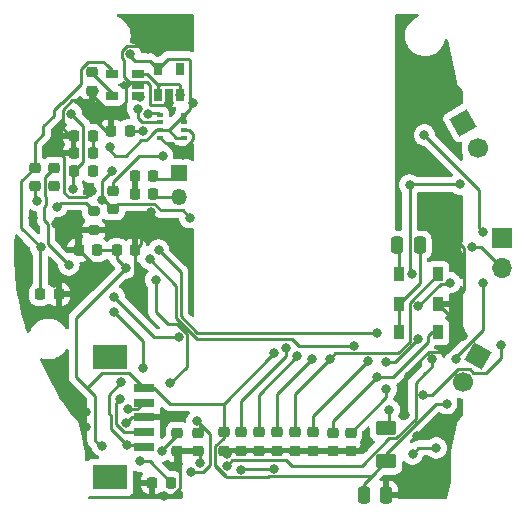
<source format=gbr>
%TF.GenerationSoftware,KiCad,Pcbnew,6.0.7-1.fc35*%
%TF.CreationDate,2022-11-04T19:38:46+01:00*%
%TF.ProjectId,sense_slim,73656e73-655f-4736-9c69-6d2e6b696361,rev?*%
%TF.SameCoordinates,Original*%
%TF.FileFunction,Copper,L1,Top*%
%TF.FilePolarity,Positive*%
%FSLAX46Y46*%
G04 Gerber Fmt 4.6, Leading zero omitted, Abs format (unit mm)*
G04 Created by KiCad (PCBNEW 6.0.7-1.fc35) date 2022-11-04 19:38:46*
%MOMM*%
%LPD*%
G01*
G04 APERTURE LIST*
G04 Aperture macros list*
%AMRoundRect*
0 Rectangle with rounded corners*
0 $1 Rounding radius*
0 $2 $3 $4 $5 $6 $7 $8 $9 X,Y pos of 4 corners*
0 Add a 4 corners polygon primitive as box body*
4,1,4,$2,$3,$4,$5,$6,$7,$8,$9,$2,$3,0*
0 Add four circle primitives for the rounded corners*
1,1,$1+$1,$2,$3*
1,1,$1+$1,$4,$5*
1,1,$1+$1,$6,$7*
1,1,$1+$1,$8,$9*
0 Add four rect primitives between the rounded corners*
20,1,$1+$1,$2,$3,$4,$5,0*
20,1,$1+$1,$4,$5,$6,$7,0*
20,1,$1+$1,$6,$7,$8,$9,0*
20,1,$1+$1,$8,$9,$2,$3,0*%
%AMHorizOval*
0 Thick line with rounded ends*
0 $1 width*
0 $2 $3 position (X,Y) of the first rounded end (center of the circle)*
0 $4 $5 position (X,Y) of the second rounded end (center of the circle)*
0 Add line between two ends*
20,1,$1,$2,$3,$4,$5,0*
0 Add two circle primitives to create the rounded ends*
1,1,$1,$2,$3*
1,1,$1,$4,$5*%
%AMRotRect*
0 Rectangle, with rotation*
0 The origin of the aperture is its center*
0 $1 length*
0 $2 width*
0 $3 Rotation angle, in degrees counterclockwise*
0 Add horizontal line*
21,1,$1,$2,0,0,$3*%
G04 Aperture macros list end*
%TA.AperFunction,SMDPad,CuDef*%
%ADD10R,3.000000X2.100000*%
%TD*%
%TA.AperFunction,SMDPad,CuDef*%
%ADD11R,1.700000X0.800000*%
%TD*%
%TA.AperFunction,SMDPad,CuDef*%
%ADD12RoundRect,0.225000X0.225000X0.250000X-0.225000X0.250000X-0.225000X-0.250000X0.225000X-0.250000X0*%
%TD*%
%TA.AperFunction,SMDPad,CuDef*%
%ADD13RoundRect,0.218750X-0.256250X0.218750X-0.256250X-0.218750X0.256250X-0.218750X0.256250X0.218750X0*%
%TD*%
%TA.AperFunction,SMDPad,CuDef*%
%ADD14RoundRect,0.218750X0.218750X0.256250X-0.218750X0.256250X-0.218750X-0.256250X0.218750X-0.256250X0*%
%TD*%
%TA.AperFunction,SMDPad,CuDef*%
%ADD15RoundRect,0.225000X-0.225000X-0.250000X0.225000X-0.250000X0.225000X0.250000X-0.225000X0.250000X0*%
%TD*%
%TA.AperFunction,SMDPad,CuDef*%
%ADD16R,1.060000X0.650000*%
%TD*%
%TA.AperFunction,SMDPad,CuDef*%
%ADD17RoundRect,0.200000X-0.275000X0.200000X-0.275000X-0.200000X0.275000X-0.200000X0.275000X0.200000X0*%
%TD*%
%TA.AperFunction,SMDPad,CuDef*%
%ADD18R,0.900000X1.200000*%
%TD*%
%TA.AperFunction,SMDPad,CuDef*%
%ADD19RoundRect,0.218750X-0.218750X-0.256250X0.218750X-0.256250X0.218750X0.256250X-0.218750X0.256250X0*%
%TD*%
%TA.AperFunction,SMDPad,CuDef*%
%ADD20RoundRect,0.250000X-0.250000X-0.475000X0.250000X-0.475000X0.250000X0.475000X-0.250000X0.475000X0*%
%TD*%
%TA.AperFunction,SMDPad,CuDef*%
%ADD21R,0.500000X0.350000*%
%TD*%
%TA.AperFunction,SMDPad,CuDef*%
%ADD22RoundRect,0.218750X0.256250X-0.218750X0.256250X0.218750X-0.256250X0.218750X-0.256250X-0.218750X0*%
%TD*%
%TA.AperFunction,SMDPad,CuDef*%
%ADD23R,0.650000X1.060000*%
%TD*%
%TA.AperFunction,SMDPad,CuDef*%
%ADD24RoundRect,0.250000X0.250000X0.475000X-0.250000X0.475000X-0.250000X-0.475000X0.250000X-0.475000X0*%
%TD*%
%TA.AperFunction,SMDPad,CuDef*%
%ADD25RoundRect,0.250000X0.625000X-0.375000X0.625000X0.375000X-0.625000X0.375000X-0.625000X-0.375000X0*%
%TD*%
%TA.AperFunction,ComponentPad*%
%ADD26R,1.700000X1.700000*%
%TD*%
%TA.AperFunction,ComponentPad*%
%ADD27O,1.700000X1.700000*%
%TD*%
%TA.AperFunction,ComponentPad*%
%ADD28RotRect,1.700000X1.700000X150.000000*%
%TD*%
%TA.AperFunction,ComponentPad*%
%ADD29HorizOval,1.700000X0.000000X0.000000X0.000000X0.000000X0*%
%TD*%
%TA.AperFunction,ComponentPad*%
%ADD30RotRect,1.700000X1.700000X210.000000*%
%TD*%
%TA.AperFunction,ComponentPad*%
%ADD31HorizOval,1.700000X0.000000X0.000000X0.000000X0.000000X0*%
%TD*%
%TA.AperFunction,ComponentPad*%
%ADD32R,1.350000X1.350000*%
%TD*%
%TA.AperFunction,ComponentPad*%
%ADD33O,1.350000X1.350000*%
%TD*%
%TA.AperFunction,ViaPad*%
%ADD34C,0.800000*%
%TD*%
%TA.AperFunction,Conductor*%
%ADD35C,0.250000*%
%TD*%
G04 APERTURE END LIST*
D10*
%TO.P,J3,*%
%TO.N,*%
X133410000Y-105260000D03*
X133410000Y-115440000D03*
D11*
%TO.P,J3,1,Pin_1*%
%TO.N,+3V3*%
X136360000Y-107850000D03*
%TO.P,J3,2,Pin_2*%
%TO.N,/SWDCLK*%
X136360000Y-109100000D03*
%TO.P,J3,3,Pin_3*%
%TO.N,GND*%
X136360000Y-110350000D03*
%TO.P,J3,4,Pin_4*%
%TO.N,/SWDIO*%
X136360000Y-111600000D03*
%TO.P,J3,5,Pin_5*%
%TO.N,/SWDRST*%
X136360000Y-112850000D03*
%TD*%
D12*
%TO.P,C25,1*%
%TO.N,Net-(C25-Pad1)*%
X135117888Y-86111545D03*
%TO.P,C25,2*%
%TO.N,GND*%
X133567888Y-86111545D03*
%TD*%
D13*
%TO.P,R11,1*%
%TO.N,Net-(R11-Pad1)*%
X131957112Y-81150955D03*
%TO.P,R11,2*%
%TO.N,GND*%
X131957112Y-82725955D03*
%TD*%
D14*
%TO.P,R3,1*%
%TO.N,+3V3*%
X131987500Y-89500000D03*
%TO.P,R3,2*%
%TO.N,/SDA*%
X130412500Y-89500000D03*
%TD*%
D15*
%TO.P,C29,1*%
%TO.N,+3V3*%
X134045002Y-96188455D03*
%TO.P,C29,2*%
%TO.N,GND*%
X135595002Y-96188455D03*
%TD*%
D14*
%TO.P,C3,1*%
%TO.N,Net-(C3-Pad1)*%
X137107502Y-89900000D03*
%TO.P,C3,2*%
%TO.N,GND*%
X135532502Y-89900000D03*
%TD*%
D16*
%TO.P,U4,1,STAT*%
%TO.N,Net-(R9-Pad2)*%
X135780000Y-83160000D03*
%TO.P,U4,2,VSS*%
%TO.N,GND*%
X135780000Y-82210000D03*
%TO.P,U4,3,VBAT*%
%TO.N,/VIN*%
X135780000Y-81260000D03*
%TO.P,U4,4,VDD*%
%TO.N,Net-(C19-Pad1)*%
X133580000Y-81260000D03*
%TO.P,U4,5,PROG*%
%TO.N,Net-(R11-Pad1)*%
X133580000Y-83160000D03*
%TD*%
D17*
%TO.P,R22,1*%
%TO.N,Net-(D4-Pad1)*%
X132070002Y-92863455D03*
%TO.P,R22,2*%
%TO.N,GND*%
X132070002Y-94513455D03*
%TD*%
D13*
%TO.P,C14,1*%
%TO.N,Net-(C14-Pad1)*%
X150620002Y-111603455D03*
%TO.P,C14,2*%
%TO.N,GND*%
X150620002Y-113178455D03*
%TD*%
D18*
%TO.P,D1,1,K*%
%TO.N,GND*%
X161230002Y-100758455D03*
%TO.P,D1,2,A*%
%TO.N,Net-(C6-Pad1)*%
X157930002Y-100758455D03*
%TD*%
D13*
%TO.P,C15,1*%
%TO.N,/PREVGL*%
X152320002Y-111650955D03*
%TO.P,C15,2*%
%TO.N,GND*%
X152320002Y-113225955D03*
%TD*%
%TO.P,C10,1*%
%TO.N,Net-(C10-Pad1)*%
X144580002Y-111613455D03*
%TO.P,C10,2*%
%TO.N,GND*%
X144580002Y-113188455D03*
%TD*%
D19*
%TO.P,C19,1*%
%TO.N,Net-(C19-Pad1)*%
X127532502Y-99938455D03*
%TO.P,C19,2*%
%TO.N,GND*%
X129107502Y-99938455D03*
%TD*%
D13*
%TO.P,C12,1*%
%TO.N,Net-(C12-Pad1)*%
X147600002Y-111603455D03*
%TO.P,C12,2*%
%TO.N,GND*%
X147600002Y-113178455D03*
%TD*%
%TO.P,R6,1*%
%TO.N,/VIN*%
X133707112Y-91150955D03*
%TO.P,R6,2*%
%TO.N,/BATT*%
X133707112Y-92725955D03*
%TD*%
D20*
%TO.P,C5,1*%
%TO.N,+3V3*%
X154920002Y-116938455D03*
%TO.P,C5,2*%
%TO.N,GND*%
X156820002Y-116938455D03*
%TD*%
D13*
%TO.P,C11,1*%
%TO.N,Net-(C11-Pad1)*%
X146090002Y-111613455D03*
%TO.P,C11,2*%
%TO.N,GND*%
X146090002Y-113188455D03*
%TD*%
D21*
%TO.P,U1,1,GND*%
%TO.N,GND*%
X137675000Y-86663455D03*
%TO.P,U1,2,CSB*%
%TO.N,+3V3*%
X137675000Y-86013455D03*
%TO.P,U1,3,SDI*%
%TO.N,/SDA*%
X137675000Y-85363455D03*
%TO.P,U1,4,SCK*%
%TO.N,/SCL*%
X137675000Y-84713455D03*
%TO.P,U1,5,SDO*%
%TO.N,+3V3*%
X139725000Y-84713455D03*
%TO.P,U1,6,VDDIO*%
X139725000Y-85363455D03*
%TO.P,U1,7,GND*%
%TO.N,GND*%
X139725000Y-86013455D03*
%TO.P,U1,8,VDD*%
%TO.N,+3V3*%
X139725000Y-86663455D03*
%TD*%
D13*
%TO.P,R4,1*%
%TO.N,/GDR*%
X140900000Y-111662500D03*
%TO.P,R4,2*%
%TO.N,GND*%
X140900000Y-113237500D03*
%TD*%
D18*
%TO.P,D2,1,K*%
%TO.N,Net-(C6-Pad1)*%
X157930002Y-103138455D03*
%TO.P,D2,2,A*%
%TO.N,/PREVGL*%
X161230002Y-103138455D03*
%TD*%
D13*
%TO.P,C16,1*%
%TO.N,Net-(C16-Pad1)*%
X153820002Y-111650955D03*
%TO.P,C16,2*%
%TO.N,GND*%
X153820002Y-113225955D03*
%TD*%
D14*
%TO.P,C2,1*%
%TO.N,+3V3*%
X131987500Y-88000000D03*
%TO.P,C2,2*%
%TO.N,GND*%
X130412500Y-88000000D03*
%TD*%
D13*
%TO.P,C13,1*%
%TO.N,/PREVGH*%
X149110002Y-111603455D03*
%TO.P,C13,2*%
%TO.N,GND*%
X149110002Y-113178455D03*
%TD*%
D22*
%TO.P,D4,1,K*%
%TO.N,Net-(D4-Pad1)*%
X128750000Y-90787500D03*
%TO.P,D4,2,A*%
%TO.N,Net-(D4-Pad2)*%
X128750000Y-89212500D03*
%TD*%
D23*
%TO.P,U3,1,Vin*%
%TO.N,/VIN*%
X137507112Y-83038455D03*
%TO.P,U3,2,GND*%
%TO.N,GND*%
X138457112Y-83038455D03*
%TO.P,U3,3,~{SHDN}*%
%TO.N,/VIN*%
X139407112Y-83038455D03*
%TO.P,U3,4,~{ERROR}*%
%TO.N,unconnected-(U3-Pad4)*%
X139407112Y-80838455D03*
%TO.P,U3,5,Vout*%
%TO.N,+3V3*%
X137507112Y-80838455D03*
%TD*%
D24*
%TO.P,C6,1*%
%TO.N,Net-(C6-Pad1)*%
X159670002Y-95768455D03*
%TO.P,C6,2*%
%TO.N,Net-(C6-Pad2)*%
X157770002Y-95768455D03*
%TD*%
D13*
%TO.P,C9,1*%
%TO.N,+3V3*%
X143070002Y-111613455D03*
%TO.P,C9,2*%
%TO.N,GND*%
X143070002Y-113188455D03*
%TD*%
D14*
%TO.P,C4,1*%
%TO.N,Net-(C4-Pad1)*%
X137107502Y-91400000D03*
%TO.P,C4,2*%
%TO.N,GND*%
X135532502Y-91400000D03*
%TD*%
D12*
%TO.P,C30,1*%
%TO.N,+3V3*%
X132345002Y-96188455D03*
%TO.P,C30,2*%
%TO.N,GND*%
X130795002Y-96188455D03*
%TD*%
D22*
%TO.P,D5,1,K*%
%TO.N,Net-(D5-Pad1)*%
X127100000Y-90787500D03*
%TO.P,D5,2,A*%
%TO.N,Net-(C19-Pad1)*%
X127100000Y-89212500D03*
%TD*%
D25*
%TO.P,L1,1,1*%
%TO.N,+3V3*%
X156820002Y-114088455D03*
%TO.P,L1,2,2*%
%TO.N,Net-(C6-Pad2)*%
X156820002Y-111288455D03*
%TD*%
D13*
%TO.P,R5,1*%
%TO.N,/RESE*%
X139150000Y-111662500D03*
%TO.P,R5,2*%
%TO.N,GND*%
X139150000Y-113237500D03*
%TD*%
D18*
%TO.P,D3,1,K*%
%TO.N,/PREVGH*%
X161220002Y-98248455D03*
%TO.P,D3,2,A*%
%TO.N,Net-(C6-Pad2)*%
X157920002Y-98248455D03*
%TD*%
D14*
%TO.P,C8,1*%
%TO.N,Net-(C8-Pad1)*%
X138597500Y-115870000D03*
%TO.P,C8,2*%
%TO.N,GND*%
X137022500Y-115870000D03*
%TD*%
D12*
%TO.P,C27,1*%
%TO.N,+3V3*%
X131975000Y-86500000D03*
%TO.P,C27,2*%
%TO.N,GND*%
X130425000Y-86500000D03*
%TD*%
D26*
%TO.P,J6,1,Pin_1*%
%TO.N,Net-(C23-Pad1)*%
X166620002Y-95188455D03*
D27*
%TO.P,J6,2,Pin_2*%
%TO.N,Net-(J6-Pad2)*%
X166620002Y-97728455D03*
%TD*%
D28*
%TO.P,J7,1,Pin_1*%
%TO.N,Net-(C24-Pad1)*%
X164620002Y-105188455D03*
D29*
%TO.P,J7,2,Pin_2*%
%TO.N,Net-(J7-Pad2)*%
X163350002Y-107388160D03*
%TD*%
D30*
%TO.P,J5,1,Pin_1*%
%TO.N,Net-(C22-Pad1)*%
X163320002Y-85388455D03*
D31*
%TO.P,J5,2,Pin_2*%
%TO.N,Net-(J5-Pad2)*%
X164590002Y-87588160D03*
%TD*%
D32*
%TO.P,Y1,1,1*%
%TO.N,Net-(C3-Pad1)*%
X139320002Y-89688455D03*
D33*
%TO.P,Y1,2,2*%
%TO.N,Net-(C4-Pad1)*%
X139320002Y-91688455D03*
%TD*%
D34*
%TO.N,Net-(R9-Pad2)*%
X136010000Y-83210000D03*
%TO.N,GND*%
X134830000Y-110860000D03*
X138040000Y-117030000D03*
X135820000Y-116640000D03*
%TO.N,/SWDRST*%
X136260000Y-106160000D03*
X134410000Y-107400000D03*
%TO.N,/SWDCLK*%
X134934500Y-109683411D03*
%TO.N,/SWDIO*%
X134310000Y-108760000D03*
%TO.N,+3V3*%
X132790000Y-112780000D03*
%TO.N,/SWDRST*%
X134850000Y-112710000D03*
%TO.N,Net-(C8-Pad1)*%
X135990000Y-114070000D03*
%TO.N,/VIN*%
X139400000Y-83100000D03*
X137900000Y-88200000D03*
%TO.N,GND*%
X126900000Y-93500000D03*
X154957112Y-112938455D03*
X133200000Y-98000000D03*
X131457112Y-111188455D03*
X150570002Y-113188455D03*
X135532502Y-89900000D03*
X146070002Y-113188455D03*
X132100000Y-82700000D03*
X158457112Y-110188455D03*
X128695002Y-98955955D03*
X143320002Y-113438455D03*
X132100000Y-85100000D03*
X138457112Y-83742888D03*
X130400000Y-86500000D03*
X131457112Y-109938455D03*
X136900000Y-93000000D03*
X139600000Y-88100000D03*
X128919502Y-93980955D03*
X136700000Y-79200000D03*
X141070002Y-114188455D03*
X128850000Y-87600000D03*
X163320002Y-103438455D03*
X131957112Y-91150955D03*
X139207112Y-77438455D03*
X158882502Y-87238455D03*
X161845002Y-94438455D03*
X159457112Y-111938455D03*
X134700000Y-99200000D03*
X160070002Y-80438455D03*
%TO.N,+3V3*%
X161957112Y-109188455D03*
X162707112Y-105438455D03*
X165070002Y-98938455D03*
X134820002Y-97688455D03*
X165070002Y-94688455D03*
X132000000Y-89500000D03*
X131987500Y-88000000D03*
X135182612Y-79600000D03*
X133429792Y-87423443D03*
X140500000Y-83700000D03*
X160070002Y-86438455D03*
X147320002Y-104938455D03*
%TO.N,/BATT*%
X133600000Y-89512500D03*
X140207112Y-93438455D03*
X132771184Y-91987016D03*
%TO.N,Net-(C10-Pad1)*%
X148320002Y-104438455D03*
%TO.N,Net-(C11-Pad1)*%
X149320002Y-105188455D03*
%TO.N,Net-(C16-Pad1)*%
X156820002Y-107938455D03*
%TO.N,Net-(C19-Pad1)*%
X127570002Y-95938455D03*
%TO.N,/PREVGH*%
X152053413Y-105421866D03*
%TO.N,/PREVGL*%
X156070002Y-106938455D03*
%TO.N,/SWDRST*%
X133820002Y-101438455D03*
%TO.N,/START*%
X156820002Y-105688455D03*
X166570002Y-104188455D03*
X159957112Y-108438455D03*
X159570002Y-103688455D03*
X137570002Y-96188455D03*
X156070002Y-103188455D03*
%TO.N,/SET*%
X159045502Y-98188455D03*
X158820002Y-90688455D03*
X136820002Y-96938455D03*
X154070002Y-104313955D03*
X163070002Y-90613455D03*
%TO.N,/RESET*%
X159070002Y-113438455D03*
X138570002Y-107438455D03*
X162245002Y-98938455D03*
X137320002Y-98688455D03*
X161070002Y-112938455D03*
X159570002Y-100938455D03*
X147320002Y-114688455D03*
X144570002Y-114813955D03*
%TO.N,/GDR*%
X160707112Y-105438455D03*
X143320002Y-114438455D03*
X140820002Y-110688455D03*
X140320002Y-114938455D03*
%TO.N,/RESE*%
X137820002Y-113188455D03*
%TO.N,/SCL*%
X136680000Y-84680000D03*
%TO.N,/SDA*%
X130161897Y-84637397D03*
X135790000Y-84210000D03*
X130300000Y-91000000D03*
%TO.N,/SCK*%
X133820002Y-100188455D03*
X139320002Y-103537955D03*
%TO.N,Net-(C6-Pad2)*%
X157070002Y-109688455D03*
X157920002Y-98248455D03*
%TO.N,Net-(C12-Pad1)*%
X150570002Y-105438455D03*
%TO.N,Net-(C14-Pad1)*%
X155320002Y-105562955D03*
%TO.N,Net-(C25-Pad1)*%
X136259679Y-86087955D03*
%TO.N,Net-(D4-Pad1)*%
X128800000Y-90800000D03*
X128950000Y-92500000D03*
%TO.N,Net-(D4-Pad2)*%
X129960267Y-97439070D03*
%TO.N,Net-(D5-Pad1)*%
X127304810Y-91997564D03*
%TO.N,Net-(J6-Pad2)*%
X164070002Y-95938455D03*
%TD*%
D35*
%TO.N,Net-(R9-Pad2)*%
X135960000Y-83160000D02*
X136010000Y-83210000D01*
X135780000Y-83160000D02*
X135960000Y-83160000D01*
%TO.N,/SDA*%
X135801327Y-85001327D02*
X135801327Y-84221327D01*
X135801327Y-84221327D02*
X135790000Y-84210000D01*
%TO.N,/VIN*%
X136805000Y-81505000D02*
X137400000Y-82100000D01*
X135780000Y-81260000D02*
X136560000Y-81260000D01*
X136560000Y-81260000D02*
X136805000Y-81505000D01*
%TO.N,Net-(C19-Pad1)*%
X133169329Y-80550671D02*
X133607112Y-80988455D01*
X132882745Y-80264088D02*
X133169329Y-80550671D01*
X133169329Y-80550671D02*
X133580000Y-80961342D01*
X133580000Y-80961342D02*
X133580000Y-81260000D01*
%TO.N,GND*%
X132100000Y-82700000D02*
X132100000Y-83190000D01*
X134800000Y-82390566D02*
X135252112Y-81938455D01*
X132100000Y-83190000D02*
X133030000Y-84120000D01*
X133030000Y-84120000D02*
X134280000Y-84120000D01*
X134280000Y-84120000D02*
X134800000Y-83600000D01*
X134800000Y-83600000D02*
X134800000Y-82390566D01*
X135252112Y-81938455D02*
X135807112Y-81938455D01*
X138700000Y-117030000D02*
X139380000Y-116350000D01*
X138040000Y-117030000D02*
X138700000Y-117030000D01*
X139380000Y-113467500D02*
X139150000Y-113237500D01*
X139380000Y-116350000D02*
X139380000Y-113467500D01*
X135340000Y-110350000D02*
X134830000Y-110860000D01*
X136360000Y-110350000D02*
X135340000Y-110350000D01*
%TO.N,/SWDIO*%
X134610000Y-111600000D02*
X133930000Y-110920000D01*
X136360000Y-111600000D02*
X134610000Y-111600000D01*
X133930000Y-110920000D02*
X133930000Y-109140000D01*
X133930000Y-109140000D02*
X134310000Y-108760000D01*
%TO.N,/SWDRST*%
X133525000Y-110205000D02*
X133330000Y-110010000D01*
X133500000Y-110230000D02*
X133525000Y-110205000D01*
X134850000Y-112710000D02*
X133500000Y-111360000D01*
X133500000Y-111360000D02*
X133500000Y-110230000D01*
%TO.N,+3V3*%
X131482387Y-107847613D02*
X132170000Y-108535226D01*
X132170000Y-108535226D02*
X132170000Y-112310000D01*
X132170000Y-112310000D02*
X132640000Y-112780000D01*
X132640000Y-112780000D02*
X132790000Y-112780000D01*
%TO.N,/SCK*%
X133820002Y-100188455D02*
X137169502Y-103537955D01*
X137169502Y-103537955D02*
X139320002Y-103537955D01*
%TO.N,/SWDRST*%
X133330000Y-110010000D02*
X133330000Y-108480000D01*
X133330000Y-108480000D02*
X134410000Y-107400000D01*
X136260000Y-106160000D02*
X136260000Y-103878453D01*
X136260000Y-103878453D02*
X133820002Y-101438455D01*
%TO.N,+3V3*%
X130582112Y-106947339D02*
X131482387Y-107847613D01*
X136360000Y-107850000D02*
X135100000Y-106590000D01*
X132740000Y-106590000D02*
X131482387Y-107847613D01*
X135100000Y-106590000D02*
X132740000Y-106590000D01*
X134820002Y-97688455D02*
X130582112Y-101926345D01*
X130582112Y-101926345D02*
X130582112Y-106947339D01*
X136360000Y-107850000D02*
X137190000Y-107850000D01*
X137190000Y-107850000D02*
X138528455Y-109188455D01*
X138528455Y-109188455D02*
X143070002Y-109188455D01*
%TO.N,GND*%
X137022500Y-115870000D02*
X136763884Y-115870000D01*
%TO.N,/SWDCLK*%
X134934500Y-109683411D02*
X135776589Y-109683411D01*
X135776589Y-109683411D02*
X136360000Y-109100000D01*
%TO.N,/SWDRST*%
X134850000Y-112710000D02*
X136220000Y-112710000D01*
X136220000Y-112710000D02*
X136360000Y-112850000D01*
%TO.N,Net-(C8-Pad1)*%
X136797500Y-114070000D02*
X135990000Y-114070000D01*
X138597500Y-115870000D02*
X136797500Y-114070000D01*
%TO.N,/VIN*%
X137665567Y-82100000D02*
X138000000Y-82100000D01*
X137507112Y-82258455D02*
X137665567Y-82100000D01*
X137507112Y-83038455D02*
X137507112Y-82258455D01*
X135937805Y-88200000D02*
X137900000Y-88200000D01*
X133707112Y-90430693D02*
X135937805Y-88200000D01*
X139407112Y-83092888D02*
X139400000Y-83100000D01*
X139407112Y-83038455D02*
X139407112Y-83092888D01*
X137400000Y-82100000D02*
X138000000Y-82100000D01*
X139248657Y-82100000D02*
X139400000Y-82251343D01*
X133707112Y-91150955D02*
X133707112Y-90430693D01*
X139400000Y-82251343D02*
X139400000Y-83100000D01*
X138000000Y-82100000D02*
X139248657Y-82100000D01*
%TO.N,GND*%
X134650000Y-81561343D02*
X134650000Y-80092693D01*
X140150000Y-86013455D02*
X140500000Y-86363455D01*
X131957112Y-82725955D02*
X132074045Y-82725955D01*
X135595002Y-96188455D02*
X136070002Y-95713455D01*
X135595002Y-96188455D02*
X135595002Y-98304998D01*
X139600000Y-87700000D02*
X139600000Y-88100000D01*
X161230002Y-100758455D02*
X163320002Y-102848455D01*
X138175000Y-87163455D02*
X138663455Y-87163455D01*
X140500000Y-86800000D02*
X139600000Y-87700000D01*
X135728077Y-89992880D02*
X135532502Y-90188455D01*
X153820002Y-113225955D02*
X150667502Y-113225955D01*
X133567888Y-86111545D02*
X133111545Y-86111545D01*
X130745002Y-94513455D02*
X130570002Y-94688455D01*
X137445567Y-79200000D02*
X139207112Y-77438455D01*
X130100000Y-86500000D02*
X130400000Y-86500000D01*
X132100000Y-83987650D02*
X131600305Y-83487955D01*
X161945002Y-104813455D02*
X160448228Y-104813455D01*
X136587112Y-81938455D02*
X136857112Y-82208455D01*
X136375000Y-78875000D02*
X136700000Y-79200000D01*
X153820002Y-113225955D02*
X154669612Y-113225955D01*
X129575000Y-91325000D02*
X129978039Y-91728039D01*
X140500000Y-86363455D02*
X140500000Y-86800000D01*
X129978039Y-91728039D02*
X131380028Y-91728039D01*
X129575000Y-88325000D02*
X129575000Y-91325000D01*
X128850000Y-87600000D02*
X129575000Y-88325000D01*
X138663455Y-87163455D02*
X139600000Y-88100000D01*
X130412500Y-88000000D02*
X130412500Y-86512500D01*
X161230002Y-100758455D02*
X162250002Y-100758455D01*
X138306545Y-83893455D02*
X138457112Y-83742888D01*
X132100000Y-85100000D02*
X132100000Y-83987650D01*
X133111545Y-86111545D02*
X132100000Y-85100000D01*
X134457612Y-79299695D02*
X134882307Y-78875000D01*
X135027112Y-81938455D02*
X134650000Y-81561343D01*
X136857112Y-82208455D02*
X136857112Y-83893455D01*
X132606547Y-98000000D02*
X130795002Y-96188455D01*
X132070002Y-94513455D02*
X130745002Y-94513455D01*
X139725000Y-86013455D02*
X140150000Y-86013455D01*
X143070002Y-113188455D02*
X150610002Y-113188455D01*
X135595002Y-98304998D02*
X134700000Y-99200000D01*
X160448228Y-104813455D02*
X158457112Y-106804571D01*
X133200000Y-98000000D02*
X132606547Y-98000000D01*
X162250002Y-100758455D02*
X163445002Y-99563455D01*
X150610002Y-113188455D02*
X150620002Y-113178455D01*
X129436897Y-84299499D02*
X129436897Y-85836897D01*
X163445002Y-99563455D02*
X163445002Y-96038455D01*
X163320002Y-102848455D02*
X163320002Y-103688455D01*
X135807112Y-81938455D02*
X135027112Y-81938455D01*
X131600305Y-83487955D02*
X130248441Y-83487955D01*
X134457612Y-79900305D02*
X134457612Y-79299695D01*
X138457112Y-83742888D02*
X138457112Y-83038455D01*
X134882307Y-78875000D02*
X136375000Y-78875000D01*
X163320002Y-103438455D02*
X161945002Y-104813455D01*
X141070002Y-114188455D02*
X141070002Y-113225955D01*
X129436897Y-85836897D02*
X130100000Y-86500000D01*
X136070002Y-93829998D02*
X136900000Y-93000000D01*
X160070002Y-84938455D02*
X158882502Y-86125955D01*
X135807112Y-81938455D02*
X136587112Y-81938455D01*
X130570002Y-94688455D02*
X130570002Y-95963455D01*
X136070002Y-94270002D02*
X136070002Y-93829998D01*
X134650000Y-80092693D02*
X134457612Y-79900305D01*
X136070002Y-95713455D02*
X136070002Y-94270002D01*
X132074045Y-82725955D02*
X132100000Y-82700000D01*
X136857112Y-83893455D02*
X138306545Y-83893455D01*
X160070002Y-80438455D02*
X160070002Y-84938455D01*
X130248441Y-83487955D02*
X129436897Y-84299499D01*
X130570002Y-95963455D02*
X130795002Y-96188455D01*
X154669612Y-113225955D02*
X154957112Y-112938455D01*
X129107502Y-99368455D02*
X128695002Y-98955955D01*
X143070002Y-113188455D02*
X143320002Y-113438455D01*
X130412500Y-86512500D02*
X130400000Y-86500000D01*
X137675000Y-86663455D02*
X138175000Y-87163455D01*
X158882502Y-86125955D02*
X158882502Y-87238455D01*
X129627002Y-94688455D02*
X128919502Y-93980955D01*
X158457112Y-106804571D02*
X158457112Y-110188455D01*
X163445002Y-96038455D02*
X161845002Y-94438455D01*
X135532502Y-91688455D02*
X135532502Y-90188455D01*
X131380028Y-91728039D02*
X131957112Y-91150955D01*
X136700000Y-79200000D02*
X137445567Y-79200000D01*
X129107502Y-99938455D02*
X129107502Y-99368455D01*
X150667502Y-113225955D02*
X150620002Y-113178455D01*
X130570002Y-94688455D02*
X129627002Y-94688455D01*
X141070002Y-113225955D02*
X139320002Y-113225955D01*
%TO.N,+3V3*%
X142370002Y-112785898D02*
X143070002Y-112085898D01*
X136900000Y-86426910D02*
X137313455Y-86013455D01*
X155770002Y-115138455D02*
X156820002Y-114088455D01*
X143320002Y-115438455D02*
X143195002Y-115313455D01*
X135182612Y-79600000D02*
X135182612Y-79780444D01*
X139075000Y-86663455D02*
X138425000Y-86013455D01*
X162579558Y-105438455D02*
X162707112Y-105438455D01*
X140200000Y-84238455D02*
X139725000Y-84713455D01*
X142370002Y-114488455D02*
X142370002Y-114388455D01*
X131975000Y-87987500D02*
X131987500Y-88000000D01*
X139725000Y-85363455D02*
X139725000Y-84713455D01*
X156820002Y-113455181D02*
X161086728Y-109188455D01*
X156820002Y-114088455D02*
X156820002Y-113455181D01*
X154920002Y-115988455D02*
X154920002Y-116938455D01*
X131975000Y-86500000D02*
X131975000Y-87987500D01*
X143070002Y-110188455D02*
X143070002Y-109188455D01*
X136100000Y-86900000D02*
X136500000Y-86900000D01*
X155770002Y-115138455D02*
X154920002Y-115988455D01*
X161086728Y-109188455D02*
X161957112Y-109188455D01*
X165070002Y-94688455D02*
X164695002Y-94313455D01*
X164695002Y-94313455D02*
X164695002Y-91063455D01*
X139725000Y-86663455D02*
X139075000Y-86663455D01*
X143070002Y-112085898D02*
X143070002Y-111613455D01*
X165070002Y-98938455D02*
X165070002Y-102948011D01*
X134045002Y-96188455D02*
X134045002Y-96913455D01*
X143070002Y-109188455D02*
X147070002Y-105188455D01*
X134045002Y-96188455D02*
X132345002Y-96188455D01*
X138425000Y-86013455D02*
X139725000Y-84713455D01*
X137313455Y-86013455D02*
X137675000Y-86013455D01*
X165070002Y-102948011D02*
X162579558Y-105438455D01*
X147070002Y-105188455D02*
X147320002Y-104938455D01*
X136500000Y-86900000D02*
X136900000Y-86500000D01*
X133429792Y-87423443D02*
X133429792Y-87729792D01*
X138362112Y-79983455D02*
X140057112Y-79983455D01*
X137675000Y-86013455D02*
X138425000Y-86013455D01*
X140057112Y-79983455D02*
X140200000Y-80126343D01*
X133900000Y-88200000D02*
X134800000Y-88200000D01*
X146945002Y-115313455D02*
X146820002Y-115438455D01*
X134045002Y-96913455D02*
X134820002Y-97688455D01*
X134800000Y-88200000D02*
X136100000Y-86900000D01*
X143070002Y-111613455D02*
X143070002Y-110188455D01*
X136817573Y-80148916D02*
X135551084Y-80148916D01*
X140200000Y-83000000D02*
X140200000Y-84238455D01*
X140200000Y-83400000D02*
X140200000Y-83000000D01*
X155595002Y-115313455D02*
X155770002Y-115138455D01*
X143195002Y-115313455D02*
X142370002Y-114488455D01*
X133429792Y-87729792D02*
X133900000Y-88200000D01*
X164695002Y-91063455D02*
X160070002Y-86438455D01*
X142370002Y-114388455D02*
X142370002Y-112785898D01*
X143295002Y-115313455D02*
X142370002Y-114388455D01*
X140500000Y-83700000D02*
X140200000Y-83400000D01*
X137507112Y-80838455D02*
X138362112Y-79983455D01*
X136900000Y-86500000D02*
X136900000Y-86426910D01*
X135182612Y-79780444D02*
X135551084Y-80148916D01*
X146945002Y-115313455D02*
X155595002Y-115313455D01*
X140200000Y-80126343D02*
X140200000Y-83000000D01*
X146820002Y-115438455D02*
X143320002Y-115438455D01*
X137507112Y-80838455D02*
X136817573Y-80148916D01*
%TO.N,/BATT*%
X137200305Y-92275000D02*
X134158067Y-92275000D01*
X132771184Y-91987016D02*
X132771184Y-90341316D01*
X134158067Y-92275000D02*
X133707112Y-92725955D01*
X132771184Y-91987016D02*
X132968173Y-91987016D01*
X137754945Y-92829640D02*
X139598297Y-92829640D01*
X139598297Y-92829640D02*
X140207112Y-93438455D01*
X137754945Y-92829640D02*
X137200305Y-92275000D01*
X132968173Y-91987016D02*
X133707112Y-92725955D01*
X132771184Y-90341316D02*
X133600000Y-89512500D01*
X133707112Y-92725955D02*
X133219612Y-92238455D01*
%TO.N,Net-(C6-Pad1)*%
X157930002Y-100758455D02*
X157930002Y-103138455D01*
X159670002Y-95768455D02*
X159670002Y-99018455D01*
X159670002Y-99018455D02*
X157930002Y-100758455D01*
%TO.N,Net-(C10-Pad1)*%
X144580002Y-111613455D02*
X144580002Y-108928455D01*
X148070002Y-105438455D02*
X148320002Y-105188455D01*
X144580002Y-108928455D02*
X148070002Y-105438455D01*
X148320002Y-105188455D02*
X148320002Y-104438455D01*
%TO.N,Net-(C11-Pad1)*%
X146090002Y-108418455D02*
X149320002Y-105188455D01*
X146090002Y-111613455D02*
X146090002Y-108418455D01*
%TO.N,Net-(C16-Pad1)*%
X156820002Y-107938455D02*
X156820002Y-108650955D01*
X156820002Y-108650955D02*
X153820002Y-111650955D01*
%TO.N,Net-(C19-Pad1)*%
X125957112Y-94325565D02*
X127570002Y-95938455D01*
X125957112Y-90355388D02*
X127100000Y-89212500D01*
X127100000Y-87100000D02*
X127800000Y-86400000D01*
X131000000Y-82100000D02*
X131000000Y-80864088D01*
X128700000Y-84300000D02*
X129300000Y-83700000D01*
X127532502Y-95975955D02*
X127570002Y-95938455D01*
X128700000Y-84800000D02*
X128700000Y-84300000D01*
X129300000Y-83700000D02*
X129400000Y-83700000D01*
X127800000Y-86400000D02*
X127800000Y-85700000D01*
X131000000Y-80864088D02*
X131600000Y-80264088D01*
X131600000Y-80264088D02*
X132882745Y-80264088D01*
X127800000Y-85700000D02*
X128700000Y-84800000D01*
X127532502Y-99938455D02*
X127532502Y-95975955D01*
X125957112Y-94325565D02*
X125957112Y-90355388D01*
X129400000Y-83700000D02*
X131000000Y-82100000D01*
X127100000Y-89212500D02*
X127100000Y-87100000D01*
%TO.N,/PREVGH*%
X158820002Y-103938455D02*
X157820002Y-104938455D01*
X158820002Y-100648455D02*
X158820002Y-103938455D01*
X152536824Y-104938455D02*
X152053413Y-105421866D01*
X157820002Y-104938455D02*
X152536824Y-104938455D01*
X161220002Y-98248455D02*
X158820002Y-100648455D01*
X149110002Y-108365277D02*
X152053413Y-105421866D01*
X149110002Y-111603455D02*
X149110002Y-108365277D01*
%TO.N,/PREVGL*%
X160375002Y-103993455D02*
X157430002Y-106938455D01*
X160370002Y-103488455D02*
X160370002Y-103988455D01*
X160370002Y-103988455D02*
X160375002Y-103993455D01*
X157430002Y-106938455D02*
X156070002Y-106938455D01*
X152320002Y-110688455D02*
X152320002Y-111650955D01*
X160720002Y-103138455D02*
X160370002Y-103488455D01*
X152320002Y-110688455D02*
X156070002Y-106938455D01*
X161230002Y-103138455D02*
X160720002Y-103138455D01*
%TO.N,/START*%
X163893335Y-106252232D02*
X162893335Y-106252232D01*
X139420002Y-101764123D02*
X139420002Y-99938455D01*
X159570002Y-103688455D02*
X157570002Y-105688455D01*
X166570002Y-105325565D02*
X165320990Y-106574577D01*
X164215680Y-106574577D02*
X163893335Y-106252232D01*
X166570002Y-104188455D02*
X166570002Y-105325565D01*
X160707112Y-108438455D02*
X159957112Y-108438455D01*
X139420002Y-99938455D02*
X139420002Y-98038455D01*
X162893335Y-106252232D02*
X160707112Y-108438455D01*
X140844334Y-103188455D02*
X139420002Y-101764123D01*
X139420002Y-98038455D02*
X137570002Y-96188455D01*
X156070002Y-103188455D02*
X140844334Y-103188455D01*
X157570002Y-105688455D02*
X156820002Y-105688455D01*
X165320990Y-106574577D02*
X164215680Y-106574577D01*
%TO.N,/SET*%
X149445502Y-104313955D02*
X148820002Y-103688455D01*
X154070002Y-104313955D02*
X149445502Y-104313955D01*
X158820002Y-90688455D02*
X158820002Y-97962955D01*
X140849360Y-103688455D02*
X139070002Y-101909097D01*
X158820002Y-90688455D02*
X158895002Y-90613455D01*
X148820002Y-103688455D02*
X140849360Y-103688455D01*
X158820002Y-97962955D02*
X159045502Y-98188455D01*
X139070002Y-101909097D02*
X139070002Y-99188455D01*
X139070002Y-99188455D02*
X136820002Y-96938455D01*
X158895002Y-90613455D02*
X163070002Y-90613455D01*
%TO.N,/RESET*%
X162110002Y-99073455D02*
X161435002Y-99073455D01*
X144695502Y-114688455D02*
X144570002Y-114813955D01*
X139104386Y-102438455D02*
X138320002Y-102438455D01*
X162245002Y-98938455D02*
X162110002Y-99073455D01*
X161070002Y-112938455D02*
X159570002Y-112938455D01*
X137320002Y-101438455D02*
X137320002Y-98688455D01*
X161435002Y-99073455D02*
X159570002Y-100938455D01*
X159570002Y-112938455D02*
X159070002Y-113438455D01*
X139945002Y-103279071D02*
X139104386Y-102438455D01*
X138320002Y-102438455D02*
X137320002Y-101438455D01*
X147320002Y-114688455D02*
X144695502Y-114688455D01*
X139945002Y-106063455D02*
X139945002Y-103279071D01*
X138570002Y-107438455D02*
X139945002Y-106063455D01*
%TO.N,/GDR*%
X141203886Y-114938455D02*
X140320002Y-114938455D01*
X141070002Y-110938455D02*
X140820002Y-110688455D01*
X141920002Y-111788454D02*
X141920002Y-114222339D01*
X140820002Y-110688455D02*
X141920002Y-111788454D01*
X160707112Y-106051345D02*
X160707112Y-105438455D01*
X141345307Y-114938455D02*
X141920002Y-114363760D01*
X160138557Y-106619900D02*
X159320002Y-107438455D01*
X159320002Y-107438455D02*
X159320002Y-110460206D01*
X148320002Y-113938455D02*
X143820002Y-113938455D01*
X157641753Y-112138455D02*
X157098251Y-112138455D01*
X157098251Y-112138455D02*
X154798251Y-114438455D01*
X160138557Y-106619900D02*
X160707112Y-106051345D01*
X159320002Y-110460206D02*
X157641753Y-112138455D01*
X154798251Y-114438455D02*
X148820002Y-114438455D01*
X141920002Y-114363760D02*
X141920002Y-114222339D01*
X143820002Y-113938455D02*
X143320002Y-114438455D01*
X141070002Y-111650955D02*
X141070002Y-110938455D01*
X148820002Y-114438455D02*
X148320002Y-113938455D01*
X141203886Y-114938455D02*
X141345307Y-114938455D01*
%TO.N,/RESE*%
X137820002Y-113150955D02*
X139320002Y-111650955D01*
X137820002Y-113188455D02*
X137820002Y-113150955D01*
%TO.N,/SCL*%
X136525827Y-84600000D02*
X137561545Y-84600000D01*
X137561545Y-84600000D02*
X137675000Y-84713455D01*
%TO.N,/SDA*%
X130300000Y-89612500D02*
X130412500Y-89500000D01*
X131200000Y-85675500D02*
X130161897Y-84637397D01*
X130300000Y-91000000D02*
X130300000Y-89612500D01*
X137675000Y-85363455D02*
X136163455Y-85363455D01*
X131200000Y-86400000D02*
X131200000Y-85675500D01*
X136163455Y-85363455D02*
X135801327Y-85001327D01*
X130412500Y-89500000D02*
X131200000Y-88712500D01*
X131200000Y-88712500D02*
X131200000Y-86400000D01*
%TO.N,Net-(C3-Pad1)*%
X138820002Y-90188455D02*
X139320002Y-89688455D01*
X137107502Y-90188455D02*
X138820002Y-90188455D01*
%TO.N,Net-(C4-Pad1)*%
X137107502Y-91688455D02*
X139320002Y-91688455D01*
%TO.N,Net-(C6-Pad2)*%
X157770002Y-95768455D02*
X157920002Y-95918455D01*
X157920002Y-95918455D02*
X157920002Y-98248455D01*
X157070002Y-109688455D02*
X157070002Y-111038455D01*
X157070002Y-111038455D02*
X156820002Y-111288455D01*
%TO.N,Net-(C12-Pad1)*%
X147600002Y-111603455D02*
X147600002Y-108408455D01*
X147600002Y-108408455D02*
X150570002Y-105438455D01*
%TO.N,Net-(C14-Pad1)*%
X150620002Y-110262955D02*
X150620002Y-111603455D01*
X155320002Y-105562955D02*
X150620002Y-110262955D01*
%TO.N,Net-(C25-Pad1)*%
X135117888Y-86111545D02*
X136236089Y-86111545D01*
X136236089Y-86111545D02*
X136259679Y-86087955D01*
%TO.N,Net-(D4-Pad1)*%
X129271961Y-92178039D02*
X131384586Y-92178039D01*
X128950000Y-92500000D02*
X129271961Y-92178039D01*
X131384586Y-92178039D02*
X132070002Y-92863455D01*
X128600000Y-90787500D02*
X128600000Y-90800000D01*
%TO.N,Net-(D4-Pad2)*%
X127900000Y-92500000D02*
X128029810Y-92370190D01*
X127950000Y-90012500D02*
X128750000Y-89212500D01*
X127900000Y-92500000D02*
X127900000Y-93650000D01*
X128029810Y-91697259D02*
X127950000Y-91617449D01*
X128195002Y-93945002D02*
X128195002Y-95673805D01*
X128195002Y-95673805D02*
X129960267Y-97439070D01*
X128029810Y-92370190D02*
X128029810Y-91697259D01*
X127900000Y-93650000D02*
X128195002Y-93945002D01*
X127950000Y-91617449D02*
X127950000Y-90012500D01*
%TO.N,Net-(D5-Pad1)*%
X127100000Y-91792754D02*
X127304810Y-91997564D01*
X127100000Y-90787500D02*
X127100000Y-91792754D01*
%TO.N,Net-(J6-Pad2)*%
X164830002Y-95938455D02*
X166620002Y-97728455D01*
X164070002Y-95938455D02*
X164830002Y-95938455D01*
%TO.N,Net-(R11-Pad1)*%
X131957112Y-81150955D02*
X131957112Y-81238455D01*
X131957112Y-81238455D02*
X133607112Y-82888455D01*
%TD*%
%TA.AperFunction,Conductor*%
%TO.N,GND*%
G36*
X135595749Y-114888945D02*
G01*
X135701282Y-114935931D01*
X135707712Y-114938794D01*
X135779227Y-114953995D01*
X135888056Y-114977128D01*
X135888061Y-114977128D01*
X135894513Y-114978500D01*
X136085487Y-114978500D01*
X136091946Y-114977127D01*
X136091947Y-114977127D01*
X136092282Y-114977056D01*
X136092480Y-114977071D01*
X136098515Y-114976437D01*
X136098631Y-114977541D01*
X136163072Y-114982461D01*
X136219703Y-115025280D01*
X136244195Y-115091918D01*
X136225734Y-115166420D01*
X136144447Y-115298291D01*
X136138303Y-115311468D01*
X136089421Y-115458843D01*
X136086555Y-115472210D01*
X136077328Y-115562270D01*
X136077000Y-115568685D01*
X136077000Y-115597885D01*
X136081475Y-115613124D01*
X136082865Y-115614329D01*
X136090548Y-115616000D01*
X137150500Y-115616000D01*
X137218621Y-115636002D01*
X137265114Y-115689658D01*
X137276500Y-115742000D01*
X137276500Y-116834885D01*
X137280975Y-116850124D01*
X137282365Y-116851329D01*
X137289321Y-116852842D01*
X137292782Y-116852663D01*
X137384021Y-116843196D01*
X137397417Y-116840303D01*
X137544687Y-116791170D01*
X137557866Y-116784996D01*
X137689514Y-116703530D01*
X137700915Y-116694494D01*
X137720533Y-116674842D01*
X137782816Y-116640763D01*
X137853636Y-116645766D01*
X137898723Y-116674686D01*
X137905628Y-116681579D01*
X137924947Y-116700864D01*
X138069308Y-116789849D01*
X138076256Y-116792154D01*
X138076257Y-116792154D01*
X138223738Y-116841072D01*
X138223740Y-116841072D01*
X138230269Y-116843238D01*
X138330428Y-116853500D01*
X138864572Y-116853500D01*
X138867818Y-116853163D01*
X138867822Y-116853163D01*
X138901603Y-116849658D01*
X138965982Y-116842978D01*
X139126849Y-116789308D01*
X139271055Y-116700071D01*
X139386329Y-116584596D01*
X139448612Y-116550517D01*
X139519432Y-116555520D01*
X139576304Y-116598017D01*
X139601173Y-116664516D01*
X139601502Y-116673614D01*
X139601502Y-117079832D01*
X139601500Y-117080603D01*
X139601178Y-117133226D01*
X139580759Y-117201223D01*
X139526820Y-117247387D01*
X139475180Y-117258455D01*
X131732171Y-117258455D01*
X131664050Y-117238453D01*
X131617557Y-117184797D01*
X131608891Y-117158493D01*
X131601676Y-117124332D01*
X131607169Y-117053548D01*
X131650059Y-116996971D01*
X131716728Y-116972563D01*
X131769185Y-116980312D01*
X131792282Y-116988971D01*
X131792288Y-116988973D01*
X131799684Y-116991745D01*
X131861866Y-116998500D01*
X134958134Y-116998500D01*
X135020316Y-116991745D01*
X135156705Y-116940615D01*
X135273261Y-116853261D01*
X135360615Y-116736705D01*
X135411745Y-116600316D01*
X135418500Y-116538134D01*
X135418500Y-116171266D01*
X136077000Y-116171266D01*
X136077337Y-116177782D01*
X136086804Y-116269021D01*
X136089697Y-116282417D01*
X136138830Y-116429687D01*
X136145004Y-116442866D01*
X136226470Y-116574514D01*
X136235506Y-116585915D01*
X136345080Y-116695298D01*
X136356491Y-116704310D01*
X136488291Y-116785553D01*
X136501468Y-116791697D01*
X136648843Y-116840579D01*
X136662210Y-116843445D01*
X136751700Y-116852614D01*
X136765624Y-116848525D01*
X136766829Y-116847135D01*
X136768500Y-116839452D01*
X136768500Y-116142115D01*
X136764025Y-116126876D01*
X136762635Y-116125671D01*
X136754952Y-116124000D01*
X136095115Y-116124000D01*
X136079876Y-116128475D01*
X136078671Y-116129865D01*
X136077000Y-116137548D01*
X136077000Y-116171266D01*
X135418500Y-116171266D01*
X135418500Y-115004052D01*
X135438502Y-114935931D01*
X135492158Y-114889438D01*
X135562432Y-114879334D01*
X135595749Y-114888945D01*
G37*
%TD.AperFunction*%
%TA.AperFunction,Conductor*%
G36*
X162959352Y-108695772D02*
G01*
X162959895Y-108693902D01*
X162964864Y-108695346D01*
X162969694Y-108697190D01*
X162974762Y-108698221D01*
X162974765Y-108698222D01*
X163082381Y-108720117D01*
X163188599Y-108741727D01*
X163193774Y-108741917D01*
X163193776Y-108741917D01*
X163197892Y-108742068D01*
X163265233Y-108764556D01*
X163309726Y-108819882D01*
X163319269Y-108867940D01*
X163319714Y-110162938D01*
X163299735Y-110231065D01*
X163289996Y-110244257D01*
X162974186Y-110618374D01*
X162966018Y-110626054D01*
X162966561Y-110626600D01*
X162960193Y-110632923D01*
X162952989Y-110638282D01*
X162947578Y-110645448D01*
X162943979Y-110649022D01*
X162940609Y-110652753D01*
X162933708Y-110658496D01*
X162928695Y-110665946D01*
X162902683Y-110704602D01*
X162898705Y-110710180D01*
X162870633Y-110747361D01*
X162870630Y-110747366D01*
X162865223Y-110754528D01*
X162862043Y-110762920D01*
X162859601Y-110767344D01*
X162857404Y-110771892D01*
X162852391Y-110779341D01*
X162849671Y-110787897D01*
X162849669Y-110787901D01*
X162835551Y-110832307D01*
X162833299Y-110838778D01*
X162825566Y-110859185D01*
X162824561Y-110863953D01*
X162824560Y-110863957D01*
X162824035Y-110866449D01*
X162820820Y-110878644D01*
X162808259Y-110918152D01*
X162807924Y-110932523D01*
X162805249Y-110955571D01*
X162327439Y-113222391D01*
X162324645Y-113233233D01*
X162322538Y-113240125D01*
X162318721Y-113248255D01*
X162315525Y-113268781D01*
X162310000Y-113304262D01*
X162308791Y-113310860D01*
X162304904Y-113329304D01*
X162304611Y-113333771D01*
X162304610Y-113333779D01*
X162304400Y-113336990D01*
X162303170Y-113348132D01*
X162301502Y-113358841D01*
X162301502Y-113377042D01*
X162301232Y-113385289D01*
X162298833Y-113421869D01*
X162297785Y-113437843D01*
X162299734Y-113446602D01*
X162300423Y-113455556D01*
X162300093Y-113455581D01*
X162301502Y-113468397D01*
X162301502Y-115779059D01*
X162298751Y-115805245D01*
X162011208Y-117158641D01*
X161977486Y-117221117D01*
X161915339Y-117255444D01*
X161887959Y-117258455D01*
X157936385Y-117258455D01*
X157868264Y-117238453D01*
X157851690Y-117219326D01*
X157851488Y-117219559D01*
X157822137Y-117194126D01*
X157814454Y-117192455D01*
X156692002Y-117192455D01*
X156623881Y-117172453D01*
X156577388Y-117118797D01*
X156566002Y-117066455D01*
X156566002Y-116666340D01*
X157074002Y-116666340D01*
X157078477Y-116681579D01*
X157079867Y-116682784D01*
X157087550Y-116684455D01*
X157809886Y-116684455D01*
X157825125Y-116679980D01*
X157826330Y-116678590D01*
X157828001Y-116670907D01*
X157828001Y-116416360D01*
X157827664Y-116409841D01*
X157817745Y-116314249D01*
X157814853Y-116300855D01*
X157763414Y-116146671D01*
X157757241Y-116133493D01*
X157671939Y-115995648D01*
X157662903Y-115984247D01*
X157548173Y-115869716D01*
X157536762Y-115860704D01*
X157398759Y-115775639D01*
X157385578Y-115769492D01*
X157231292Y-115718317D01*
X157217916Y-115715450D01*
X157123564Y-115705783D01*
X157117147Y-115705455D01*
X157092117Y-115705455D01*
X157076878Y-115709930D01*
X157075673Y-115711320D01*
X157074002Y-115719003D01*
X157074002Y-116666340D01*
X156566002Y-116666340D01*
X156566002Y-115723571D01*
X156561527Y-115708332D01*
X156560137Y-115707127D01*
X156552454Y-115705456D01*
X156522907Y-115705456D01*
X156516388Y-115705793D01*
X156420801Y-115715711D01*
X156415438Y-115716869D01*
X156344630Y-115711695D01*
X156287860Y-115669061D01*
X156263151Y-115602503D01*
X156278349Y-115533152D01*
X156299749Y-115504612D01*
X156545501Y-115258860D01*
X156607813Y-115224834D01*
X156634596Y-115221955D01*
X157495402Y-115221955D01*
X157498648Y-115221618D01*
X157498652Y-115221618D01*
X157594310Y-115211693D01*
X157594314Y-115211692D01*
X157601168Y-115210981D01*
X157607704Y-115208800D01*
X157607706Y-115208800D01*
X157762000Y-115157323D01*
X157768948Y-115155005D01*
X157919350Y-115061933D01*
X158044307Y-114936758D01*
X158073476Y-114889438D01*
X158133277Y-114792423D01*
X158133278Y-114792421D01*
X158137117Y-114786193D01*
X158192799Y-114618316D01*
X158203502Y-114513855D01*
X158203502Y-114162081D01*
X158223504Y-114093960D01*
X158277160Y-114047467D01*
X158347434Y-114037363D01*
X158412014Y-114066857D01*
X158423138Y-114077771D01*
X158458749Y-114117321D01*
X158613250Y-114229573D01*
X158619278Y-114232257D01*
X158619280Y-114232258D01*
X158781683Y-114304564D01*
X158787714Y-114307249D01*
X158881115Y-114327102D01*
X158968058Y-114345583D01*
X158968063Y-114345583D01*
X158974515Y-114346955D01*
X159165489Y-114346955D01*
X159171941Y-114345583D01*
X159171946Y-114345583D01*
X159258889Y-114327102D01*
X159352290Y-114307249D01*
X159358321Y-114304564D01*
X159520724Y-114232258D01*
X159520726Y-114232257D01*
X159526754Y-114229573D01*
X159681255Y-114117321D01*
X159735344Y-114057249D01*
X159804623Y-113980307D01*
X159804624Y-113980306D01*
X159809042Y-113975399D01*
X159883199Y-113846955D01*
X159901225Y-113815734D01*
X159901226Y-113815733D01*
X159904529Y-113810011D01*
X159953590Y-113659018D01*
X159993664Y-113600413D01*
X160059061Y-113572776D01*
X160073423Y-113571955D01*
X160361802Y-113571955D01*
X160429923Y-113591957D01*
X160449149Y-113608298D01*
X160449422Y-113607995D01*
X160454334Y-113612418D01*
X160458749Y-113617321D01*
X160473974Y-113628383D01*
X160606754Y-113724853D01*
X160613250Y-113729573D01*
X160619278Y-113732257D01*
X160619280Y-113732258D01*
X160779808Y-113803729D01*
X160787714Y-113807249D01*
X160881114Y-113827102D01*
X160968058Y-113845583D01*
X160968063Y-113845583D01*
X160974515Y-113846955D01*
X161165489Y-113846955D01*
X161171941Y-113845583D01*
X161171946Y-113845583D01*
X161258889Y-113827102D01*
X161352290Y-113807249D01*
X161360196Y-113803729D01*
X161520724Y-113732258D01*
X161520726Y-113732257D01*
X161526754Y-113729573D01*
X161533251Y-113724853D01*
X161649499Y-113640393D01*
X161681255Y-113617321D01*
X161714066Y-113580881D01*
X161804623Y-113480307D01*
X161804624Y-113480306D01*
X161809042Y-113475399D01*
X161882140Y-113348790D01*
X161901225Y-113315734D01*
X161901226Y-113315733D01*
X161904529Y-113310011D01*
X161963544Y-113128383D01*
X161966476Y-113100492D01*
X161982816Y-112945020D01*
X161983506Y-112938455D01*
X161970989Y-112819364D01*
X161964234Y-112755090D01*
X161964234Y-112755088D01*
X161963544Y-112748527D01*
X161904529Y-112566899D01*
X161899935Y-112558941D01*
X161839965Y-112455071D01*
X161809042Y-112401511D01*
X161792884Y-112383565D01*
X161685677Y-112264500D01*
X161685676Y-112264499D01*
X161681255Y-112259589D01*
X161526754Y-112147337D01*
X161520726Y-112144653D01*
X161520724Y-112144652D01*
X161358321Y-112072346D01*
X161358320Y-112072346D01*
X161352290Y-112069661D01*
X161239996Y-112045792D01*
X161171946Y-112031327D01*
X161171941Y-112031327D01*
X161165489Y-112029955D01*
X160974515Y-112029955D01*
X160968063Y-112031327D01*
X160968058Y-112031327D01*
X160900008Y-112045792D01*
X160787714Y-112069661D01*
X160781684Y-112072346D01*
X160781683Y-112072346D01*
X160619280Y-112144652D01*
X160619278Y-112144653D01*
X160613250Y-112147337D01*
X160607909Y-112151217D01*
X160607908Y-112151218D01*
X160485631Y-112240058D01*
X160458749Y-112259589D01*
X160454334Y-112264492D01*
X160449422Y-112268915D01*
X160448297Y-112267666D01*
X160394988Y-112300506D01*
X160361802Y-112304955D01*
X159648770Y-112304955D01*
X159637587Y-112304428D01*
X159630094Y-112302753D01*
X159622168Y-112303002D01*
X159622167Y-112303002D01*
X159562004Y-112304893D01*
X159558046Y-112304955D01*
X159530146Y-112304955D01*
X159526156Y-112305459D01*
X159514322Y-112306391D01*
X159470113Y-112307781D01*
X159462499Y-112309993D01*
X159462494Y-112309994D01*
X159450661Y-112313432D01*
X159431298Y-112317443D01*
X159411205Y-112319981D01*
X159403838Y-112322898D01*
X159403833Y-112322899D01*
X159370094Y-112336257D01*
X159358867Y-112340101D01*
X159316409Y-112352437D01*
X159309583Y-112356474D01*
X159298974Y-112362748D01*
X159281226Y-112371443D01*
X159262385Y-112378903D01*
X159255969Y-112383565D01*
X159255968Y-112383565D01*
X159226615Y-112404891D01*
X159216695Y-112411407D01*
X159185467Y-112429875D01*
X159185464Y-112429877D01*
X159178640Y-112433913D01*
X159164319Y-112448234D01*
X159149286Y-112461074D01*
X159132895Y-112472983D01*
X159127842Y-112479091D01*
X159127840Y-112479093D01*
X159123559Y-112484268D01*
X159064727Y-112524008D01*
X159026473Y-112529955D01*
X158974515Y-112529955D01*
X158968059Y-112531327D01*
X158968052Y-112531328D01*
X158967220Y-112531505D01*
X158966727Y-112531467D01*
X158961487Y-112532018D01*
X158961386Y-112531060D01*
X158896429Y-112526107D01*
X158839795Y-112483292D01*
X158815298Y-112416656D01*
X158830716Y-112347354D01*
X158851923Y-112319165D01*
X161245385Y-109925703D01*
X161307697Y-109891677D01*
X161378512Y-109896742D01*
X161408539Y-109912861D01*
X161500360Y-109979573D01*
X161506388Y-109982257D01*
X161506390Y-109982258D01*
X161626134Y-110035571D01*
X161674824Y-110057249D01*
X161768225Y-110077102D01*
X161855168Y-110095583D01*
X161855173Y-110095583D01*
X161861625Y-110096955D01*
X162052599Y-110096955D01*
X162059051Y-110095583D01*
X162059056Y-110095583D01*
X162145999Y-110077102D01*
X162239400Y-110057249D01*
X162288090Y-110035571D01*
X162407834Y-109982258D01*
X162407836Y-109982257D01*
X162413864Y-109979573D01*
X162568365Y-109867321D01*
X162587226Y-109846374D01*
X162691733Y-109730307D01*
X162691734Y-109730306D01*
X162696152Y-109725399D01*
X162771165Y-109595473D01*
X162788335Y-109565734D01*
X162788336Y-109565733D01*
X162791639Y-109560011D01*
X162850654Y-109378383D01*
X162863899Y-109252369D01*
X162869926Y-109195020D01*
X162870616Y-109188455D01*
X162850654Y-108998527D01*
X162815557Y-108890509D01*
X162803461Y-108853282D01*
X162801433Y-108782315D01*
X162838096Y-108721517D01*
X162901808Y-108690191D01*
X162959352Y-108695772D01*
G37*
%TD.AperFunction*%
%TA.AperFunction,Conductor*%
G36*
X141096121Y-113003502D02*
G01*
X141142614Y-113057158D01*
X141154000Y-113109500D01*
X141154000Y-113365500D01*
X141133998Y-113433621D01*
X141080342Y-113480114D01*
X141028000Y-113491500D01*
X139422115Y-113491500D01*
X139406876Y-113495975D01*
X139405671Y-113497365D01*
X139404000Y-113505048D01*
X139404000Y-114164885D01*
X139408475Y-114180124D01*
X139409865Y-114181329D01*
X139417548Y-114183000D01*
X139451266Y-114183000D01*
X139457777Y-114182663D01*
X139485173Y-114179820D01*
X139554995Y-114192684D01*
X139606778Y-114241254D01*
X139624081Y-114310109D01*
X139601412Y-114377390D01*
X139591817Y-114389455D01*
X139580962Y-114401511D01*
X139485475Y-114566899D01*
X139426460Y-114748527D01*
X139410653Y-114898928D01*
X139409193Y-114912816D01*
X139382180Y-114978473D01*
X139323959Y-115019103D01*
X139253013Y-115021806D01*
X139217768Y-115006906D01*
X139131929Y-114953995D01*
X139131926Y-114953993D01*
X139125692Y-114950151D01*
X139085314Y-114936758D01*
X138971262Y-114898928D01*
X138971260Y-114898928D01*
X138964731Y-114896762D01*
X138864572Y-114886500D01*
X138562095Y-114886500D01*
X138493974Y-114866498D01*
X138473000Y-114849595D01*
X137918659Y-114295254D01*
X137884633Y-114232942D01*
X137889698Y-114162127D01*
X137932245Y-114105291D01*
X137981557Y-114082912D01*
X138021947Y-114074327D01*
X138102290Y-114057249D01*
X138108317Y-114054566D01*
X138108325Y-114054563D01*
X138275534Y-113980117D01*
X138345901Y-113970683D01*
X138410198Y-114000790D01*
X138415799Y-114006050D01*
X138435083Y-114025300D01*
X138446490Y-114034309D01*
X138578291Y-114115553D01*
X138591468Y-114121697D01*
X138738843Y-114170579D01*
X138752210Y-114173445D01*
X138842270Y-114182672D01*
X138848685Y-114183000D01*
X138877885Y-114183000D01*
X138893124Y-114178525D01*
X138894329Y-114177135D01*
X138896000Y-114169452D01*
X138896000Y-113109500D01*
X138916002Y-113041379D01*
X138969658Y-112994886D01*
X139022000Y-112983500D01*
X141028000Y-112983500D01*
X141096121Y-113003502D01*
G37*
%TD.AperFunction*%
%TA.AperFunction,Conductor*%
G36*
X129905162Y-104579617D02*
G01*
X129943522Y-104639359D01*
X129948612Y-104674809D01*
X129948612Y-106868572D01*
X129948085Y-106879755D01*
X129946410Y-106887248D01*
X129946659Y-106895174D01*
X129946659Y-106895175D01*
X129948550Y-106955325D01*
X129948612Y-106959284D01*
X129948612Y-106987195D01*
X129949109Y-106991129D01*
X129949109Y-106991130D01*
X129949117Y-106991195D01*
X129950050Y-107003032D01*
X129951439Y-107047229D01*
X129953650Y-107054839D01*
X129957090Y-107066681D01*
X129961098Y-107086033D01*
X129963638Y-107106136D01*
X129979918Y-107147253D01*
X129983753Y-107158454D01*
X129996094Y-107200933D01*
X130000127Y-107207752D01*
X130000129Y-107207757D01*
X130006405Y-107218368D01*
X130015102Y-107236118D01*
X130022560Y-107254956D01*
X130027221Y-107261372D01*
X130027222Y-107261373D01*
X130048540Y-107290714D01*
X130055059Y-107300638D01*
X130073534Y-107331879D01*
X130073538Y-107331884D01*
X130077570Y-107338702D01*
X130091894Y-107353026D01*
X130104733Y-107368058D01*
X130116640Y-107384446D01*
X130150713Y-107412634D01*
X130159479Y-107420611D01*
X130983669Y-108244800D01*
X130998787Y-108263074D01*
X131003415Y-108269884D01*
X131009363Y-108275128D01*
X131009364Y-108275129D01*
X131045542Y-108307024D01*
X131051312Y-108312443D01*
X131062617Y-108323748D01*
X131062620Y-108323750D01*
X131499595Y-108760725D01*
X131533621Y-108823037D01*
X131536500Y-108849820D01*
X131536500Y-112231233D01*
X131535973Y-112242416D01*
X131534298Y-112249909D01*
X131534547Y-112257835D01*
X131534547Y-112257836D01*
X131536438Y-112317986D01*
X131536500Y-112321945D01*
X131536500Y-112349856D01*
X131536997Y-112353790D01*
X131536997Y-112353791D01*
X131537005Y-112353856D01*
X131537938Y-112365693D01*
X131539327Y-112409889D01*
X131544978Y-112429339D01*
X131548987Y-112448700D01*
X131551526Y-112468797D01*
X131554445Y-112476168D01*
X131554445Y-112476170D01*
X131567804Y-112509912D01*
X131571649Y-112521142D01*
X131581771Y-112555983D01*
X131583982Y-112563593D01*
X131588015Y-112570412D01*
X131588017Y-112570417D01*
X131594293Y-112581028D01*
X131602988Y-112598776D01*
X131610448Y-112617617D01*
X131615110Y-112624033D01*
X131615110Y-112624034D01*
X131636436Y-112653387D01*
X131642952Y-112663307D01*
X131661148Y-112694074D01*
X131665458Y-112701362D01*
X131679779Y-112715683D01*
X131692619Y-112730716D01*
X131704528Y-112747107D01*
X131710634Y-112752158D01*
X131738605Y-112775298D01*
X131747384Y-112783288D01*
X131860822Y-112896726D01*
X131894974Y-112959624D01*
X131895767Y-112963356D01*
X131896458Y-112969928D01*
X131955473Y-113151556D01*
X132050960Y-113316944D01*
X132055378Y-113321851D01*
X132055379Y-113321852D01*
X132148172Y-113424909D01*
X132178747Y-113458866D01*
X132208258Y-113480307D01*
X132317961Y-113560011D01*
X132333248Y-113571118D01*
X132339276Y-113573802D01*
X132339278Y-113573803D01*
X132488843Y-113640393D01*
X132542939Y-113686373D01*
X132563588Y-113754300D01*
X132544236Y-113822608D01*
X132491025Y-113869610D01*
X132437594Y-113881500D01*
X131861866Y-113881500D01*
X131799684Y-113888255D01*
X131663295Y-113939385D01*
X131546739Y-114026739D01*
X131541358Y-114033919D01*
X131538558Y-114036719D01*
X131476246Y-114070745D01*
X131405431Y-114065680D01*
X131348595Y-114023133D01*
X131323784Y-113956613D01*
X131323463Y-113947624D01*
X131323463Y-113476851D01*
X131323961Y-113465657D01*
X131324602Y-113458466D01*
X131326660Y-113449726D01*
X131325175Y-113421869D01*
X131323642Y-113393134D01*
X131323463Y-113386424D01*
X131323463Y-113367570D01*
X131322773Y-113362748D01*
X131322372Y-113359954D01*
X131321277Y-113348790D01*
X131320960Y-113342833D01*
X131320959Y-113342827D01*
X131320700Y-113337966D01*
X131317524Y-113322899D01*
X131316944Y-113320146D01*
X131315508Y-113312022D01*
X131314216Y-113303002D01*
X131308043Y-113259896D01*
X131304328Y-113251726D01*
X131301808Y-113243106D01*
X131302125Y-113243013D01*
X131298104Y-113230766D01*
X131263564Y-113066899D01*
X131045282Y-112031327D01*
X130821302Y-110968723D01*
X130819498Y-110951349D01*
X130818591Y-110944983D01*
X130818598Y-110936012D01*
X130816087Y-110927400D01*
X130816086Y-110927394D01*
X130804816Y-110888745D01*
X130802487Y-110879458D01*
X130800966Y-110872242D01*
X130800964Y-110872235D01*
X130800039Y-110867847D01*
X130794918Y-110853818D01*
X130792331Y-110845929D01*
X130777824Y-110796178D01*
X130772993Y-110788611D01*
X130769647Y-110781238D01*
X130765819Y-110774099D01*
X130762742Y-110765669D01*
X130757425Y-110758445D01*
X130757422Y-110758439D01*
X130732035Y-110723945D01*
X130727314Y-110717064D01*
X130704273Y-110680976D01*
X130704272Y-110680975D01*
X130699441Y-110673408D01*
X130692680Y-110667502D01*
X130687399Y-110661363D01*
X130681723Y-110655587D01*
X130676403Y-110648359D01*
X130669268Y-110642914D01*
X130662974Y-110636510D01*
X130663125Y-110636361D01*
X130653201Y-110626918D01*
X130652933Y-110626600D01*
X130378635Y-110301885D01*
X130103778Y-109976507D01*
X130100410Y-109972344D01*
X129544515Y-109254493D01*
X129541327Y-109250191D01*
X129367666Y-109005090D01*
X129166193Y-108720737D01*
X129156534Y-108704697D01*
X129099001Y-108590776D01*
X128046019Y-106505788D01*
X127549802Y-105523239D01*
X127536948Y-105453416D01*
X127563883Y-105387727D01*
X127622056Y-105347029D01*
X127692998Y-105344242D01*
X127703811Y-105347482D01*
X127806570Y-105383367D01*
X128056052Y-105430733D01*
X128176534Y-105435466D01*
X128305127Y-105440519D01*
X128305132Y-105440519D01*
X128309795Y-105440702D01*
X128408776Y-105429862D01*
X128557571Y-105413567D01*
X128557577Y-105413566D01*
X128562224Y-105413057D01*
X128671682Y-105384239D01*
X128803275Y-105349593D01*
X128807795Y-105348403D01*
X128963520Y-105281499D01*
X129036809Y-105250012D01*
X129036812Y-105250010D01*
X129041112Y-105248163D01*
X129045092Y-105245700D01*
X129045096Y-105245698D01*
X129253066Y-105117002D01*
X129253068Y-105117000D01*
X129257049Y-105114537D01*
X129313124Y-105067066D01*
X129447291Y-104953486D01*
X129447293Y-104953484D01*
X129450864Y-104950461D01*
X129618297Y-104759539D01*
X129625381Y-104748527D01*
X129716641Y-104606646D01*
X129770315Y-104560175D01*
X129840593Y-104550099D01*
X129905162Y-104579617D01*
G37*
%TD.AperFunction*%
%TA.AperFunction,Conductor*%
G36*
X155354534Y-111116493D02*
G01*
X155411370Y-111159040D01*
X155436181Y-111225560D01*
X155436502Y-111234549D01*
X155436502Y-111713855D01*
X155436839Y-111717101D01*
X155436839Y-111717105D01*
X155440394Y-111751362D01*
X155447476Y-111819621D01*
X155503452Y-111987401D01*
X155596524Y-112137803D01*
X155721699Y-112262760D01*
X155806461Y-112315008D01*
X155853953Y-112367779D01*
X155865377Y-112437850D01*
X155837103Y-112502974D01*
X155829439Y-112511362D01*
X154896741Y-113444060D01*
X154834429Y-113478086D01*
X154803002Y-113478087D01*
X154803002Y-113479955D01*
X151391022Y-113479955D01*
X151322901Y-113459953D01*
X151308510Y-113449180D01*
X151291137Y-113434126D01*
X151283454Y-113432455D01*
X148746931Y-113432455D01*
X148686223Y-113416866D01*
X148677564Y-113412105D01*
X148661049Y-113401256D01*
X148660585Y-113400896D01*
X148645043Y-113388841D01*
X148637774Y-113385696D01*
X148637770Y-113385693D01*
X148604465Y-113371281D01*
X148593815Y-113366064D01*
X148555062Y-113344760D01*
X148535439Y-113339722D01*
X148516736Y-113333318D01*
X148505422Y-113328422D01*
X148505421Y-113328422D01*
X148498147Y-113325274D01*
X148490324Y-113324035D01*
X148490314Y-113324032D01*
X148454478Y-113318356D01*
X148442858Y-113315950D01*
X148407713Y-113306927D01*
X148407712Y-113306927D01*
X148400032Y-113304955D01*
X148379778Y-113304955D01*
X148360067Y-113303404D01*
X148347888Y-113301475D01*
X148340059Y-113300235D01*
X148297459Y-113304262D01*
X148296041Y-113304396D01*
X148284183Y-113304955D01*
X143898770Y-113304955D01*
X143887587Y-113304428D01*
X143880094Y-113302753D01*
X143872168Y-113303002D01*
X143872167Y-113303002D01*
X143812004Y-113304893D01*
X143808046Y-113304955D01*
X143780146Y-113304955D01*
X143776156Y-113305459D01*
X143764322Y-113306391D01*
X143720113Y-113307781D01*
X143712499Y-113309993D01*
X143712494Y-113309994D01*
X143700661Y-113313432D01*
X143681298Y-113317443D01*
X143661205Y-113319981D01*
X143653838Y-113322898D01*
X143653833Y-113322899D01*
X143620094Y-113336257D01*
X143608867Y-113340101D01*
X143566409Y-113352437D01*
X143559583Y-113356474D01*
X143548974Y-113362748D01*
X143531226Y-113371443D01*
X143512385Y-113378903D01*
X143505969Y-113383565D01*
X143505968Y-113383565D01*
X143476615Y-113404891D01*
X143466700Y-113411404D01*
X143465515Y-113412105D01*
X143443865Y-113424909D01*
X143379726Y-113442455D01*
X143129502Y-113442455D01*
X143061381Y-113422453D01*
X143014888Y-113368797D01*
X143003502Y-113316455D01*
X143003502Y-113100492D01*
X143023504Y-113032371D01*
X143040407Y-113011397D01*
X143080444Y-112971360D01*
X143142756Y-112937334D01*
X143169539Y-112934455D01*
X146558887Y-112934455D01*
X146575561Y-112929559D01*
X146611059Y-112924455D01*
X151548982Y-112924455D01*
X151617103Y-112944457D01*
X151631494Y-112955230D01*
X151648867Y-112970284D01*
X151656550Y-112971955D01*
X154784887Y-112971955D01*
X154800126Y-112967480D01*
X154801331Y-112966090D01*
X154802844Y-112959134D01*
X154802665Y-112955673D01*
X154793198Y-112864434D01*
X154790305Y-112851038D01*
X154741172Y-112703768D01*
X154734998Y-112690589D01*
X154653532Y-112558941D01*
X154644496Y-112547540D01*
X154624844Y-112527922D01*
X154590765Y-112465639D01*
X154595768Y-112394819D01*
X154624688Y-112349732D01*
X154645694Y-112328689D01*
X154650866Y-112323508D01*
X154661417Y-112306392D01*
X154687239Y-112264500D01*
X154739851Y-112179147D01*
X154755630Y-112131575D01*
X154791074Y-112024717D01*
X154791074Y-112024715D01*
X154793240Y-112018186D01*
X154803502Y-111918027D01*
X154803502Y-111615549D01*
X154823504Y-111547428D01*
X154840407Y-111526454D01*
X155221407Y-111145454D01*
X155283719Y-111111428D01*
X155354534Y-111116493D01*
G37*
%TD.AperFunction*%
%TA.AperFunction,Conductor*%
G36*
X137931279Y-109487183D02*
G01*
X138024798Y-109580702D01*
X138032342Y-109588992D01*
X138036455Y-109595473D01*
X138042232Y-109600898D01*
X138086122Y-109642113D01*
X138088964Y-109644868D01*
X138108685Y-109664589D01*
X138111880Y-109667067D01*
X138120902Y-109674773D01*
X138153134Y-109705041D01*
X138160083Y-109708861D01*
X138170887Y-109714801D01*
X138187411Y-109725654D01*
X138203414Y-109738068D01*
X138243998Y-109755631D01*
X138254628Y-109760838D01*
X138293395Y-109782150D01*
X138301072Y-109784121D01*
X138301077Y-109784123D01*
X138313013Y-109787187D01*
X138331721Y-109793592D01*
X138350310Y-109801636D01*
X138358138Y-109802876D01*
X138358145Y-109802878D01*
X138393979Y-109808554D01*
X138405599Y-109810960D01*
X138440744Y-109819983D01*
X138448425Y-109821955D01*
X138468679Y-109821955D01*
X138488389Y-109823506D01*
X138508398Y-109826675D01*
X138516290Y-109825929D01*
X138552416Y-109822514D01*
X138564274Y-109821955D01*
X140094695Y-109821955D01*
X140162816Y-109841957D01*
X140209309Y-109895613D01*
X140219413Y-109965887D01*
X140188331Y-110032265D01*
X140093714Y-110137348D01*
X140080962Y-110151511D01*
X140053584Y-110198931D01*
X140004804Y-110283421D01*
X139985475Y-110316899D01*
X139926460Y-110498527D01*
X139925770Y-110505088D01*
X139925770Y-110505090D01*
X139914598Y-110611390D01*
X139908080Y-110673408D01*
X139906767Y-110685897D01*
X139879754Y-110751554D01*
X139821532Y-110792184D01*
X139750587Y-110794887D01*
X139728208Y-110786922D01*
X139721921Y-110783991D01*
X139715692Y-110780151D01*
X139593653Y-110739672D01*
X139561262Y-110728928D01*
X139561260Y-110728928D01*
X139554731Y-110726762D01*
X139454572Y-110716500D01*
X138845428Y-110716500D01*
X138842182Y-110716837D01*
X138842178Y-110716837D01*
X138808397Y-110720342D01*
X138744018Y-110727022D01*
X138583151Y-110780692D01*
X138438945Y-110869929D01*
X138319136Y-110989947D01*
X138230151Y-111134308D01*
X138176762Y-111295269D01*
X138166500Y-111395428D01*
X138166500Y-111856362D01*
X138146498Y-111924483D01*
X138129595Y-111945457D01*
X137933353Y-112141699D01*
X137871041Y-112175725D01*
X137800226Y-112170660D01*
X137743390Y-112128113D01*
X137718579Y-112061593D01*
X137718465Y-112048455D01*
X137718500Y-112048134D01*
X137718500Y-111151866D01*
X137711745Y-111089684D01*
X137685066Y-111018517D01*
X137679883Y-110947710D01*
X137685066Y-110930059D01*
X137708480Y-110867602D01*
X137712105Y-110852357D01*
X137717631Y-110801486D01*
X137718000Y-110794672D01*
X137718000Y-110622115D01*
X137713525Y-110606876D01*
X137712135Y-110605671D01*
X137704452Y-110604000D01*
X136232000Y-110604000D01*
X136163879Y-110583998D01*
X136117386Y-110530342D01*
X136106000Y-110478000D01*
X136106000Y-110296460D01*
X136126002Y-110228339D01*
X136156478Y-110198931D01*
X136154862Y-110196848D01*
X136161123Y-110191991D01*
X136167951Y-110187953D01*
X136182272Y-110173632D01*
X136197306Y-110160791D01*
X136207282Y-110153543D01*
X136213696Y-110148883D01*
X136219653Y-110141682D01*
X136220578Y-110141057D01*
X136224528Y-110137348D01*
X136225126Y-110137985D01*
X136278488Y-110101945D01*
X136316736Y-110096000D01*
X137699884Y-110096000D01*
X137715123Y-110091525D01*
X137716328Y-110090135D01*
X137717999Y-110082452D01*
X137717999Y-109905331D01*
X137717629Y-109898510D01*
X137712105Y-109847650D01*
X137708478Y-109832393D01*
X137685066Y-109769941D01*
X137679883Y-109699134D01*
X137685066Y-109681483D01*
X137708973Y-109617711D01*
X137708973Y-109617709D01*
X137711745Y-109610316D01*
X137713358Y-109595473D01*
X137716921Y-109562670D01*
X137744163Y-109497108D01*
X137802526Y-109456682D01*
X137873480Y-109454227D01*
X137931279Y-109487183D01*
G37*
%TD.AperFunction*%
%TA.AperFunction,Conductor*%
G36*
X159757756Y-105610773D02*
G01*
X159814591Y-105653320D01*
X159833556Y-105689893D01*
X159872585Y-105810011D01*
X159888719Y-105837956D01*
X159890112Y-105840368D01*
X159906850Y-105909363D01*
X159883630Y-105976455D01*
X159870088Y-105992464D01*
X158927744Y-106934808D01*
X158919465Y-106942342D01*
X158912984Y-106946455D01*
X158874727Y-106987195D01*
X158866359Y-106996106D01*
X158863604Y-106998948D01*
X158843867Y-107018685D01*
X158841387Y-107021882D01*
X158833684Y-107030902D01*
X158803416Y-107063134D01*
X158799597Y-107070080D01*
X158799595Y-107070083D01*
X158793654Y-107080889D01*
X158782803Y-107097408D01*
X158770388Y-107113414D01*
X158767243Y-107120683D01*
X158767240Y-107120687D01*
X158752828Y-107153992D01*
X158747611Y-107164642D01*
X158726307Y-107203395D01*
X158724336Y-107211070D01*
X158724336Y-107211071D01*
X158721269Y-107223017D01*
X158714865Y-107241721D01*
X158712608Y-107246938D01*
X158706821Y-107260310D01*
X158705582Y-107268133D01*
X158705579Y-107268143D01*
X158699903Y-107303979D01*
X158697497Y-107315599D01*
X158691566Y-107338702D01*
X158686502Y-107358425D01*
X158686502Y-107378679D01*
X158684951Y-107398389D01*
X158681782Y-107418398D01*
X158682528Y-107426290D01*
X158685943Y-107462416D01*
X158686502Y-107474274D01*
X158686502Y-110145611D01*
X158666500Y-110213732D01*
X158649597Y-110234706D01*
X158309553Y-110574750D01*
X158247241Y-110608776D01*
X158176426Y-110603711D01*
X158119590Y-110561164D01*
X158113331Y-110551984D01*
X158043480Y-110439107D01*
X157918305Y-110314150D01*
X157904144Y-110305421D01*
X157856651Y-110252649D01*
X157845227Y-110182577D01*
X157861141Y-110135161D01*
X157901225Y-110065734D01*
X157901226Y-110065733D01*
X157904529Y-110060011D01*
X157963544Y-109878383D01*
X157965134Y-109863261D01*
X157982816Y-109695020D01*
X157983506Y-109688455D01*
X157974468Y-109602466D01*
X157964234Y-109505090D01*
X157964234Y-109505088D01*
X157963544Y-109498527D01*
X157904529Y-109316899D01*
X157879995Y-109274404D01*
X157863870Y-109246476D01*
X157809042Y-109151511D01*
X157800061Y-109141536D01*
X157685677Y-109014500D01*
X157685676Y-109014499D01*
X157681255Y-109009589D01*
X157526754Y-108897337D01*
X157520727Y-108894654D01*
X157520719Y-108894649D01*
X157519959Y-108894311D01*
X157519591Y-108893998D01*
X157515001Y-108891348D01*
X157515486Y-108890509D01*
X157465863Y-108848330D01*
X157445215Y-108780403D01*
X157449166Y-108747874D01*
X157451531Y-108738663D01*
X157451531Y-108738661D01*
X157453502Y-108730985D01*
X157453502Y-108710731D01*
X157455053Y-108691020D01*
X157456982Y-108678841D01*
X157458222Y-108671012D01*
X157456272Y-108650381D01*
X157469775Y-108580680D01*
X157488077Y-108554214D01*
X157554623Y-108480307D01*
X157554624Y-108480306D01*
X157559042Y-108475399D01*
X157623909Y-108363046D01*
X157651225Y-108315734D01*
X157651226Y-108315733D01*
X157654529Y-108310011D01*
X157713544Y-108128383D01*
X157716036Y-108104679D01*
X157732816Y-107945020D01*
X157733506Y-107938455D01*
X157713544Y-107748527D01*
X157680028Y-107645376D01*
X157678000Y-107574409D01*
X157714663Y-107513611D01*
X157734902Y-107499083D01*
X157737619Y-107498007D01*
X157773389Y-107472019D01*
X157783309Y-107465503D01*
X157814537Y-107447035D01*
X157814540Y-107447033D01*
X157821364Y-107442997D01*
X157835685Y-107428676D01*
X157850719Y-107415835D01*
X157860696Y-107408586D01*
X157867109Y-107403927D01*
X157895300Y-107369850D01*
X157903290Y-107361071D01*
X159624628Y-105639734D01*
X159686940Y-105605708D01*
X159757756Y-105610773D01*
G37*
%TD.AperFunction*%
%TA.AperFunction,Conductor*%
G36*
X163257125Y-99263329D02*
G01*
X163304121Y-99316545D01*
X163316004Y-99369918D01*
X163317508Y-103744166D01*
X163317511Y-103752364D01*
X163297532Y-103820491D01*
X163280609Y-103841500D01*
X162946679Y-104175429D01*
X162613288Y-104508820D01*
X162550390Y-104542971D01*
X162424824Y-104569661D01*
X162418794Y-104572346D01*
X162418793Y-104572346D01*
X162256390Y-104644652D01*
X162256388Y-104644653D01*
X162250360Y-104647337D01*
X162095859Y-104759589D01*
X161968072Y-104901511D01*
X161941842Y-104946943D01*
X161876587Y-105059968D01*
X161872585Y-105066899D01*
X161835379Y-105181408D01*
X161826945Y-105207364D01*
X161786871Y-105265969D01*
X161721475Y-105293606D01*
X161651518Y-105281499D01*
X161599212Y-105233493D01*
X161587279Y-105207364D01*
X161578846Y-105181408D01*
X161541639Y-105066899D01*
X161537638Y-105059968D01*
X161472382Y-104946943D01*
X161446152Y-104901511D01*
X161318365Y-104759589D01*
X161163864Y-104647337D01*
X161157836Y-104644653D01*
X161157834Y-104644652D01*
X160995431Y-104572346D01*
X160995430Y-104572346D01*
X160989400Y-104569661D01*
X160982945Y-104568289D01*
X160982936Y-104568286D01*
X160966310Y-104564752D01*
X160903837Y-104531024D01*
X160869516Y-104468874D01*
X160874245Y-104398035D01*
X160893842Y-104365150D01*
X160893425Y-104364866D01*
X160897879Y-104358312D01*
X160903122Y-104352365D01*
X160906722Y-104345300D01*
X160906862Y-104345026D01*
X160919568Y-104325005D01*
X160919756Y-104324762D01*
X160919757Y-104324760D01*
X160924616Y-104318496D01*
X160927764Y-104311221D01*
X160929186Y-104308817D01*
X160981078Y-104260364D01*
X161037640Y-104246955D01*
X161728136Y-104246955D01*
X161790318Y-104240200D01*
X161926707Y-104189070D01*
X162043263Y-104101716D01*
X162130617Y-103985160D01*
X162181747Y-103848771D01*
X162188502Y-103786589D01*
X162188502Y-102490321D01*
X162181747Y-102428139D01*
X162130617Y-102291750D01*
X162043263Y-102175194D01*
X161926707Y-102087840D01*
X161918298Y-102084688D01*
X161918297Y-102084687D01*
X161868903Y-102066170D01*
X161812138Y-102023529D01*
X161787438Y-101956967D01*
X161802645Y-101887618D01*
X161852931Y-101837500D01*
X161868903Y-101830206D01*
X161918054Y-101811780D01*
X161933651Y-101803241D01*
X162035726Y-101726740D01*
X162048287Y-101714179D01*
X162124788Y-101612104D01*
X162133326Y-101596509D01*
X162178480Y-101476061D01*
X162182107Y-101460806D01*
X162187633Y-101409941D01*
X162188002Y-101403127D01*
X162188002Y-101030570D01*
X162183527Y-101015331D01*
X162182137Y-101014126D01*
X162174454Y-101012455D01*
X161102002Y-101012455D01*
X161033881Y-100992453D01*
X160987388Y-100938797D01*
X160976002Y-100886455D01*
X160976002Y-100630455D01*
X160996004Y-100562334D01*
X161049660Y-100515841D01*
X161102002Y-100504455D01*
X162169886Y-100504455D01*
X162185125Y-100499980D01*
X162186330Y-100498590D01*
X162188001Y-100490907D01*
X162188001Y-100113786D01*
X162187631Y-100106965D01*
X162182107Y-100056103D01*
X162178480Y-100040849D01*
X162169609Y-100017184D01*
X162164426Y-99946377D01*
X162198347Y-99884008D01*
X162260602Y-99849879D01*
X162287591Y-99846955D01*
X162340489Y-99846955D01*
X162346941Y-99845583D01*
X162346946Y-99845583D01*
X162452322Y-99823184D01*
X162527290Y-99807249D01*
X162533321Y-99804564D01*
X162695724Y-99732258D01*
X162695726Y-99732257D01*
X162701754Y-99729573D01*
X162856255Y-99617321D01*
X162897017Y-99572050D01*
X162979623Y-99480307D01*
X162979624Y-99480306D01*
X162984042Y-99475399D01*
X163079529Y-99310011D01*
X163081383Y-99311082D01*
X163120889Y-99264612D01*
X163188819Y-99243970D01*
X163257125Y-99263329D01*
G37*
%TD.AperFunction*%
%TA.AperFunction,Conductor*%
G36*
X125592578Y-94856935D02*
G01*
X126121635Y-95385993D01*
X126622880Y-95887238D01*
X126656906Y-95949550D01*
X126659095Y-95963163D01*
X126667289Y-96041121D01*
X126676460Y-96128383D01*
X126735475Y-96310011D01*
X126738778Y-96315733D01*
X126738779Y-96315734D01*
X126786458Y-96398316D01*
X126830962Y-96475399D01*
X126835380Y-96480306D01*
X126835381Y-96480307D01*
X126866638Y-96515021D01*
X126897355Y-96579029D01*
X126899002Y-96599332D01*
X126899002Y-99016808D01*
X126879000Y-99084929D01*
X126858322Y-99107761D01*
X126858947Y-99108384D01*
X126739138Y-99228402D01*
X126735298Y-99234632D01*
X126735297Y-99234633D01*
X126729542Y-99243970D01*
X126650153Y-99372763D01*
X126647848Y-99379711D01*
X126647848Y-99379712D01*
X126606939Y-99503049D01*
X126596764Y-99533724D01*
X126586502Y-99633883D01*
X126586502Y-100243027D01*
X126597024Y-100344437D01*
X126650694Y-100505304D01*
X126739931Y-100649510D01*
X126859949Y-100769319D01*
X127004310Y-100858304D01*
X127011258Y-100860609D01*
X127011259Y-100860609D01*
X127158740Y-100909527D01*
X127158742Y-100909527D01*
X127165271Y-100911693D01*
X127265430Y-100921955D01*
X127799574Y-100921955D01*
X127802820Y-100921618D01*
X127802824Y-100921618D01*
X127836605Y-100918113D01*
X127900984Y-100911433D01*
X128061851Y-100857763D01*
X128206057Y-100768526D01*
X128231243Y-100743296D01*
X128293525Y-100709217D01*
X128364345Y-100714220D01*
X128409434Y-100743141D01*
X128430082Y-100763753D01*
X128441493Y-100772765D01*
X128573293Y-100854008D01*
X128586470Y-100860152D01*
X128733845Y-100909034D01*
X128747212Y-100911900D01*
X128836702Y-100921069D01*
X128850626Y-100916980D01*
X128851831Y-100915590D01*
X128853502Y-100907907D01*
X128853502Y-100903340D01*
X129361502Y-100903340D01*
X129365977Y-100918579D01*
X129367367Y-100919784D01*
X129374323Y-100921297D01*
X129377784Y-100921118D01*
X129469023Y-100911651D01*
X129482419Y-100908758D01*
X129629689Y-100859625D01*
X129642868Y-100853451D01*
X129774516Y-100771985D01*
X129785917Y-100762949D01*
X129895300Y-100653375D01*
X129904312Y-100641964D01*
X129985555Y-100510164D01*
X129991699Y-100496987D01*
X130040581Y-100349612D01*
X130043447Y-100336245D01*
X130052674Y-100246185D01*
X130053002Y-100239770D01*
X130053002Y-100210570D01*
X130048527Y-100195331D01*
X130047137Y-100194126D01*
X130039454Y-100192455D01*
X129379617Y-100192455D01*
X129364378Y-100196930D01*
X129363173Y-100198320D01*
X129361502Y-100206003D01*
X129361502Y-100903340D01*
X128853502Y-100903340D01*
X128853502Y-99666340D01*
X129361502Y-99666340D01*
X129365977Y-99681579D01*
X129367367Y-99682784D01*
X129375050Y-99684455D01*
X130034887Y-99684455D01*
X130050126Y-99679980D01*
X130051331Y-99678590D01*
X130053002Y-99670907D01*
X130053002Y-99637189D01*
X130052665Y-99630673D01*
X130043198Y-99539434D01*
X130040305Y-99526038D01*
X129991172Y-99378768D01*
X129984998Y-99365589D01*
X129903532Y-99233941D01*
X129894496Y-99222540D01*
X129784922Y-99113157D01*
X129773511Y-99104145D01*
X129641711Y-99022902D01*
X129628534Y-99016758D01*
X129481159Y-98967876D01*
X129467792Y-98965010D01*
X129378302Y-98955841D01*
X129364378Y-98959930D01*
X129363173Y-98961320D01*
X129361502Y-98969003D01*
X129361502Y-99666340D01*
X128853502Y-99666340D01*
X128853502Y-98973570D01*
X128849027Y-98958331D01*
X128847637Y-98957126D01*
X128840681Y-98955613D01*
X128837220Y-98955792D01*
X128745981Y-98965259D01*
X128732585Y-98968152D01*
X128585315Y-99017285D01*
X128572136Y-99023459D01*
X128440488Y-99104925D01*
X128429087Y-99113961D01*
X128409469Y-99133613D01*
X128347186Y-99167692D01*
X128276366Y-99162689D01*
X128231279Y-99133769D01*
X128205056Y-99107592D01*
X128206884Y-99105760D01*
X128172842Y-99057732D01*
X128166002Y-99016782D01*
X128166002Y-96844899D01*
X128186004Y-96776778D01*
X128239660Y-96730285D01*
X128309934Y-96720181D01*
X128374514Y-96749675D01*
X128381097Y-96755804D01*
X129013145Y-97387852D01*
X129047171Y-97450164D01*
X129049359Y-97463773D01*
X129050581Y-97475399D01*
X129065542Y-97617738D01*
X129066725Y-97628998D01*
X129125740Y-97810626D01*
X129221227Y-97976014D01*
X129225645Y-97980921D01*
X129225646Y-97980922D01*
X129324418Y-98090619D01*
X129349014Y-98117936D01*
X129388471Y-98146603D01*
X129496924Y-98225399D01*
X129503515Y-98230188D01*
X129509543Y-98232872D01*
X129509545Y-98232873D01*
X129671948Y-98305179D01*
X129677979Y-98307864D01*
X129750054Y-98323184D01*
X129858323Y-98346198D01*
X129858328Y-98346198D01*
X129864780Y-98347570D01*
X130055754Y-98347570D01*
X130062206Y-98346198D01*
X130062211Y-98346198D01*
X130170480Y-98323184D01*
X130242555Y-98307864D01*
X130248586Y-98305179D01*
X130410989Y-98232873D01*
X130410991Y-98232872D01*
X130417019Y-98230188D01*
X130423611Y-98225399D01*
X130532063Y-98146603D01*
X130571520Y-98117936D01*
X130596116Y-98090619D01*
X130694888Y-97980922D01*
X130694889Y-97980921D01*
X130699307Y-97976014D01*
X130794794Y-97810626D01*
X130853809Y-97628998D01*
X130854993Y-97617738D01*
X130873081Y-97445635D01*
X130873771Y-97439070D01*
X130860271Y-97310625D01*
X130873043Y-97240787D01*
X130921545Y-97188940D01*
X130985581Y-97171455D01*
X131065440Y-97171455D01*
X131071955Y-97171118D01*
X131164059Y-97161561D01*
X131177458Y-97158667D01*
X131326109Y-97109074D01*
X131339288Y-97102900D01*
X131472175Y-97020667D01*
X131489313Y-97007084D01*
X131490843Y-97009014D01*
X131542882Y-96980552D01*
X131613701Y-96985568D01*
X131650619Y-97009254D01*
X131651374Y-97008298D01*
X131657120Y-97012836D01*
X131662300Y-97018007D01*
X131668530Y-97021847D01*
X131668531Y-97021848D01*
X131800022Y-97102900D01*
X131807901Y-97107757D01*
X131970245Y-97161604D01*
X131977082Y-97162304D01*
X131977084Y-97162305D01*
X132018403Y-97166538D01*
X132071270Y-97171955D01*
X132618734Y-97171955D01*
X132621980Y-97171618D01*
X132621984Y-97171618D01*
X132666027Y-97167048D01*
X132721021Y-97161342D01*
X132785125Y-97139955D01*
X132876326Y-97109528D01*
X132876328Y-97109527D01*
X132883270Y-97107211D01*
X133028715Y-97017207D01*
X133033888Y-97012025D01*
X133033893Y-97012021D01*
X133105799Y-96939989D01*
X133168081Y-96905909D01*
X133238901Y-96910912D01*
X133283989Y-96939832D01*
X133362300Y-97018007D01*
X133368531Y-97021848D01*
X133368534Y-97021850D01*
X133383225Y-97030906D01*
X133430718Y-97083678D01*
X133434260Y-97091782D01*
X133442806Y-97113367D01*
X133446651Y-97124597D01*
X133453075Y-97146710D01*
X133458984Y-97167048D01*
X133463017Y-97173867D01*
X133463019Y-97173872D01*
X133469295Y-97184483D01*
X133477990Y-97202231D01*
X133485450Y-97221072D01*
X133490112Y-97227488D01*
X133490112Y-97227489D01*
X133511438Y-97256842D01*
X133517954Y-97266762D01*
X133540460Y-97304817D01*
X133554781Y-97319138D01*
X133567621Y-97334171D01*
X133579530Y-97350562D01*
X133585636Y-97355613D01*
X133613607Y-97378753D01*
X133622386Y-97386743D01*
X133835003Y-97599360D01*
X133869029Y-97661672D01*
X133863964Y-97732487D01*
X133835003Y-97777550D01*
X132000142Y-99612410D01*
X130189859Y-101422693D01*
X130181573Y-101430233D01*
X130175094Y-101434345D01*
X130133808Y-101478311D01*
X130128469Y-101483996D01*
X130125714Y-101486838D01*
X130105977Y-101506575D01*
X130103497Y-101509772D01*
X130095794Y-101518792D01*
X130065526Y-101551024D01*
X130061707Y-101557970D01*
X130061705Y-101557973D01*
X130055764Y-101568779D01*
X130044913Y-101585298D01*
X130032498Y-101601304D01*
X130029353Y-101608573D01*
X130029350Y-101608577D01*
X130014938Y-101641882D01*
X130009721Y-101652532D01*
X129988417Y-101691285D01*
X129986446Y-101698960D01*
X129986446Y-101698961D01*
X129983379Y-101710907D01*
X129976975Y-101729611D01*
X129973042Y-101738701D01*
X129968931Y-101748200D01*
X129967692Y-101756023D01*
X129967689Y-101756033D01*
X129962013Y-101791869D01*
X129959607Y-101803489D01*
X129952848Y-101829817D01*
X129948612Y-101846315D01*
X129948612Y-101866569D01*
X129947061Y-101886279D01*
X129943892Y-101906288D01*
X129944638Y-101914180D01*
X129948053Y-101950306D01*
X129948612Y-101962164D01*
X129948612Y-102782816D01*
X129928610Y-102850937D01*
X129874954Y-102897430D01*
X129804680Y-102907534D01*
X129740100Y-102878040D01*
X129713219Y-102845339D01*
X129672704Y-102774453D01*
X129670385Y-102770395D01*
X129513173Y-102570972D01*
X129364684Y-102431288D01*
X129331612Y-102400177D01*
X129331610Y-102400175D01*
X129328211Y-102396978D01*
X129194997Y-102304564D01*
X129123395Y-102254892D01*
X129123392Y-102254890D01*
X129119563Y-102252234D01*
X129115386Y-102250174D01*
X129115379Y-102250170D01*
X128895998Y-102141983D01*
X128895994Y-102141982D01*
X128891812Y-102139919D01*
X128649962Y-102062502D01*
X128627697Y-102058876D01*
X128403937Y-102022435D01*
X128403936Y-102022435D01*
X128399325Y-102021684D01*
X128272367Y-102020022D01*
X128150085Y-102018421D01*
X128150082Y-102018421D01*
X128145408Y-102018360D01*
X127893789Y-102052604D01*
X127889303Y-102053912D01*
X127889301Y-102053912D01*
X127862403Y-102061752D01*
X127649995Y-102123663D01*
X127419382Y-102229977D01*
X127415473Y-102232540D01*
X127210930Y-102366644D01*
X127210925Y-102366648D01*
X127207017Y-102369210D01*
X127145761Y-102423883D01*
X127031640Y-102525740D01*
X127017564Y-102538303D01*
X126855185Y-102733542D01*
X126723449Y-102950637D01*
X126721640Y-102954952D01*
X126721637Y-102954957D01*
X126631975Y-103168778D01*
X126587187Y-103223864D01*
X126519726Y-103245991D01*
X126451012Y-103228133D01*
X126402861Y-103175961D01*
X126396132Y-103159560D01*
X126302802Y-102876911D01*
X126265544Y-102764074D01*
X126263977Y-102758969D01*
X126211686Y-102574640D01*
X126016177Y-101885470D01*
X126014829Y-101880298D01*
X126013701Y-101875562D01*
X125804384Y-100997132D01*
X125803253Y-100991899D01*
X125630508Y-100100518D01*
X125629602Y-100095241D01*
X125614150Y-99992249D01*
X125494894Y-99197383D01*
X125494212Y-99192074D01*
X125397772Y-98289289D01*
X125397316Y-98283954D01*
X125369344Y-97846955D01*
X125339317Y-97377837D01*
X125339090Y-97372508D01*
X125338483Y-97344149D01*
X125319643Y-96464781D01*
X125319642Y-96459446D01*
X125319741Y-96454789D01*
X125334631Y-95748527D01*
X125338781Y-95551708D01*
X125339008Y-95546358D01*
X125369357Y-95069661D01*
X125377738Y-94938023D01*
X125402027Y-94871312D01*
X125458529Y-94828322D01*
X125529303Y-94822704D01*
X125592578Y-94856935D01*
G37*
%TD.AperFunction*%
%TA.AperFunction,Conductor*%
G36*
X135917032Y-97191457D02*
G01*
X135963525Y-97245113D01*
X135968743Y-97258514D01*
X135985475Y-97310011D01*
X136080962Y-97475399D01*
X136085380Y-97480306D01*
X136085381Y-97480307D01*
X136189819Y-97596297D01*
X136208749Y-97617321D01*
X136363250Y-97729573D01*
X136369278Y-97732257D01*
X136369280Y-97732258D01*
X136531182Y-97804341D01*
X136537714Y-97807249D01*
X136544169Y-97808621D01*
X136544178Y-97808624D01*
X136620726Y-97824895D01*
X136683199Y-97858623D01*
X136717520Y-97920773D01*
X136712792Y-97991612D01*
X136688164Y-98032451D01*
X136580962Y-98151511D01*
X136535538Y-98230188D01*
X136492242Y-98305179D01*
X136485475Y-98316899D01*
X136426460Y-98498527D01*
X136425770Y-98505088D01*
X136425770Y-98505090D01*
X136420570Y-98554564D01*
X136406498Y-98688455D01*
X136426460Y-98878383D01*
X136485475Y-99060011D01*
X136488778Y-99065733D01*
X136488779Y-99065734D01*
X136513403Y-99108384D01*
X136580962Y-99225399D01*
X136654139Y-99306670D01*
X136684855Y-99370676D01*
X136686502Y-99390979D01*
X136686502Y-101359688D01*
X136685975Y-101370871D01*
X136684300Y-101378364D01*
X136684549Y-101386290D01*
X136684549Y-101386291D01*
X136686440Y-101446441D01*
X136686502Y-101450400D01*
X136686502Y-101478311D01*
X136686999Y-101482245D01*
X136686999Y-101482246D01*
X136687007Y-101482311D01*
X136687940Y-101494148D01*
X136689329Y-101538344D01*
X136693013Y-101551024D01*
X136694980Y-101557794D01*
X136698989Y-101577155D01*
X136701528Y-101597252D01*
X136704447Y-101604623D01*
X136704447Y-101604625D01*
X136717806Y-101638367D01*
X136721651Y-101649597D01*
X136733984Y-101692048D01*
X136738017Y-101698867D01*
X136738019Y-101698872D01*
X136744295Y-101709483D01*
X136752990Y-101727231D01*
X136760450Y-101746072D01*
X136765112Y-101752488D01*
X136765112Y-101752489D01*
X136786438Y-101781842D01*
X136792954Y-101791762D01*
X136804793Y-101811780D01*
X136815460Y-101829817D01*
X136829781Y-101844138D01*
X136842621Y-101859171D01*
X136854530Y-101875562D01*
X136866519Y-101885480D01*
X136888607Y-101903753D01*
X136897386Y-101911743D01*
X137675003Y-102689360D01*
X137709029Y-102751672D01*
X137703964Y-102822487D01*
X137661417Y-102879323D01*
X137594897Y-102904134D01*
X137585908Y-102904455D01*
X137484097Y-102904455D01*
X137415976Y-102884453D01*
X137395002Y-102867550D01*
X134767124Y-100239672D01*
X134733098Y-100177360D01*
X134730909Y-100163747D01*
X134714234Y-100005090D01*
X134714234Y-100005088D01*
X134713544Y-99998527D01*
X134654529Y-99816899D01*
X134647408Y-99804564D01*
X134604111Y-99729573D01*
X134559042Y-99651511D01*
X134546147Y-99637189D01*
X134435677Y-99514500D01*
X134435676Y-99514499D01*
X134431255Y-99509589D01*
X134322554Y-99430613D01*
X134282096Y-99401218D01*
X134282095Y-99401217D01*
X134276754Y-99397337D01*
X134270726Y-99394653D01*
X134270724Y-99394652D01*
X134257600Y-99388809D01*
X134203504Y-99342828D01*
X134182855Y-99274901D01*
X134202208Y-99206593D01*
X134219754Y-99184607D01*
X134770501Y-98633860D01*
X134832813Y-98599834D01*
X134859596Y-98596955D01*
X134915489Y-98596955D01*
X134921941Y-98595583D01*
X134921946Y-98595583D01*
X135021775Y-98574363D01*
X135102290Y-98557249D01*
X135108321Y-98554564D01*
X135270724Y-98482258D01*
X135270726Y-98482257D01*
X135276754Y-98479573D01*
X135431255Y-98367321D01*
X135510501Y-98279309D01*
X135554623Y-98230307D01*
X135554624Y-98230306D01*
X135559042Y-98225399D01*
X135632281Y-98098546D01*
X135651225Y-98065734D01*
X135651226Y-98065733D01*
X135654529Y-98060011D01*
X135713544Y-97878383D01*
X135717731Y-97838552D01*
X135732816Y-97695020D01*
X135733506Y-97688455D01*
X135726438Y-97621204D01*
X135714234Y-97505090D01*
X135714234Y-97505088D01*
X135713544Y-97498527D01*
X135660862Y-97336390D01*
X135658834Y-97265424D01*
X135695497Y-97204626D01*
X135759209Y-97173301D01*
X135780695Y-97171455D01*
X135848911Y-97171455D01*
X135917032Y-97191457D01*
G37*
%TD.AperFunction*%
%TA.AperFunction,Conductor*%
G36*
X131028623Y-92831541D02*
G01*
X131075116Y-92885197D01*
X131086502Y-92937538D01*
X131086503Y-93031226D01*
X131086503Y-93120089D01*
X131093249Y-93193517D01*
X131095248Y-93199895D01*
X131095248Y-93199896D01*
X131129452Y-93309039D01*
X131144530Y-93357154D01*
X131233363Y-93503836D01*
X131329241Y-93599714D01*
X131363267Y-93662026D01*
X131358202Y-93732841D01*
X131329241Y-93777904D01*
X131239133Y-93868012D01*
X131229826Y-93879881D01*
X131148923Y-94013467D01*
X131142717Y-94027212D01*
X131095746Y-94177099D01*
X131093133Y-94190149D01*
X131088089Y-94245041D01*
X131091477Y-94256579D01*
X131092867Y-94257784D01*
X131100550Y-94259455D01*
X133034886Y-94259455D01*
X133050125Y-94254980D01*
X133051330Y-94253590D01*
X133052293Y-94249161D01*
X133046870Y-94190140D01*
X133044259Y-94177104D01*
X132997287Y-94027212D01*
X132991081Y-94013467D01*
X132910178Y-93879881D01*
X132900871Y-93868012D01*
X132810763Y-93777904D01*
X132776737Y-93715592D01*
X132781802Y-93644777D01*
X132810763Y-93599714D01*
X132861116Y-93549361D01*
X132923428Y-93515335D01*
X132994243Y-93520400D01*
X133016328Y-93531196D01*
X133141420Y-93608304D01*
X133148368Y-93610609D01*
X133148369Y-93610609D01*
X133295850Y-93659527D01*
X133295852Y-93659527D01*
X133302381Y-93661693D01*
X133402540Y-93671955D01*
X134011684Y-93671955D01*
X134014930Y-93671618D01*
X134014934Y-93671618D01*
X134048715Y-93668113D01*
X134113094Y-93661433D01*
X134273961Y-93607763D01*
X134418167Y-93518526D01*
X134428780Y-93507895D01*
X134532805Y-93403688D01*
X134537976Y-93398508D01*
X134547905Y-93382401D01*
X134593645Y-93308196D01*
X134626961Y-93254147D01*
X134629266Y-93247198D01*
X134678184Y-93099717D01*
X134678184Y-93099715D01*
X134680350Y-93093186D01*
X134685610Y-93041852D01*
X134687679Y-93021657D01*
X134714521Y-92955930D01*
X134772636Y-92915148D01*
X134813023Y-92908500D01*
X136885711Y-92908500D01*
X136953832Y-92928502D01*
X136974806Y-92945405D01*
X137251288Y-93221887D01*
X137258832Y-93230177D01*
X137262945Y-93236658D01*
X137268722Y-93242083D01*
X137312612Y-93283298D01*
X137315454Y-93286053D01*
X137335175Y-93305774D01*
X137338370Y-93308252D01*
X137347392Y-93315958D01*
X137379624Y-93346226D01*
X137386573Y-93350046D01*
X137397377Y-93355986D01*
X137413901Y-93366839D01*
X137429904Y-93379253D01*
X137470488Y-93396816D01*
X137481118Y-93402023D01*
X137519885Y-93423335D01*
X137527562Y-93425306D01*
X137527567Y-93425308D01*
X137539503Y-93428372D01*
X137558211Y-93434777D01*
X137576800Y-93442821D01*
X137584625Y-93444060D01*
X137584627Y-93444061D01*
X137620464Y-93449737D01*
X137632085Y-93452144D01*
X137667234Y-93461168D01*
X137674915Y-93463140D01*
X137695176Y-93463140D01*
X137714885Y-93464691D01*
X137734888Y-93467859D01*
X137742780Y-93467113D01*
X137748007Y-93466619D01*
X137778899Y-93463699D01*
X137790756Y-93463140D01*
X139182751Y-93463140D01*
X139250872Y-93483142D01*
X139297365Y-93536798D01*
X139308061Y-93575969D01*
X139313570Y-93628383D01*
X139315610Y-93634660D01*
X139315610Y-93634662D01*
X139334844Y-93693856D01*
X139372585Y-93810011D01*
X139375888Y-93815733D01*
X139375889Y-93815734D01*
X139388452Y-93837494D01*
X139468072Y-93975399D01*
X139472490Y-93980306D01*
X139472491Y-93980307D01*
X139540362Y-94055685D01*
X139595859Y-94117321D01*
X139750360Y-94229573D01*
X139756388Y-94232257D01*
X139756390Y-94232258D01*
X139813723Y-94257784D01*
X139924824Y-94307249D01*
X140004920Y-94324274D01*
X140105168Y-94345583D01*
X140105173Y-94345583D01*
X140111625Y-94346955D01*
X140302599Y-94346955D01*
X140309051Y-94345583D01*
X140309056Y-94345583D01*
X140409305Y-94324274D01*
X140480096Y-94329676D01*
X140536729Y-94372493D01*
X140561222Y-94439131D01*
X140561502Y-94447521D01*
X140561502Y-101705528D01*
X140541500Y-101773649D01*
X140487844Y-101820142D01*
X140417570Y-101830246D01*
X140352990Y-101800752D01*
X140346407Y-101794623D01*
X140090407Y-101538623D01*
X140056381Y-101476311D01*
X140053502Y-101449528D01*
X140053502Y-98117222D01*
X140054029Y-98106039D01*
X140055704Y-98098546D01*
X140054881Y-98072346D01*
X140053564Y-98030469D01*
X140053502Y-98026510D01*
X140053502Y-97998599D01*
X140052997Y-97994599D01*
X140052064Y-97982756D01*
X140052007Y-97980922D01*
X140050675Y-97938565D01*
X140045024Y-97919113D01*
X140041016Y-97899761D01*
X140039469Y-97887518D01*
X140038476Y-97879658D01*
X140028936Y-97855562D01*
X140022202Y-97838552D01*
X140018357Y-97827325D01*
X140013505Y-97810626D01*
X140006020Y-97784862D01*
X139995709Y-97767427D01*
X139987014Y-97749679D01*
X139979554Y-97730838D01*
X139953566Y-97695068D01*
X139947050Y-97685148D01*
X139928582Y-97653920D01*
X139928580Y-97653917D01*
X139924544Y-97647093D01*
X139910223Y-97632772D01*
X139897382Y-97617738D01*
X139890133Y-97607761D01*
X139885474Y-97601348D01*
X139851397Y-97573157D01*
X139842618Y-97565167D01*
X138517124Y-96239672D01*
X138483098Y-96177360D01*
X138480909Y-96163747D01*
X138464234Y-96005090D01*
X138464234Y-96005088D01*
X138463544Y-95998527D01*
X138404529Y-95816899D01*
X138387519Y-95787436D01*
X138312343Y-95657229D01*
X138309042Y-95651511D01*
X138291790Y-95632350D01*
X138185677Y-95514500D01*
X138185676Y-95514499D01*
X138181255Y-95509589D01*
X138026754Y-95397337D01*
X138020726Y-95394653D01*
X138020724Y-95394652D01*
X137858321Y-95322346D01*
X137858320Y-95322346D01*
X137852290Y-95319661D01*
X137758890Y-95299808D01*
X137671946Y-95281327D01*
X137671941Y-95281327D01*
X137665489Y-95279955D01*
X137474515Y-95279955D01*
X137468063Y-95281327D01*
X137468058Y-95281327D01*
X137381114Y-95299808D01*
X137287714Y-95319661D01*
X137281684Y-95322346D01*
X137281683Y-95322346D01*
X137119280Y-95394652D01*
X137119278Y-95394653D01*
X137113250Y-95397337D01*
X136958749Y-95509589D01*
X136954328Y-95514499D01*
X136954327Y-95514500D01*
X136848215Y-95632350D01*
X136830962Y-95651511D01*
X136827661Y-95657229D01*
X136759333Y-95775576D01*
X136707951Y-95824569D01*
X136638237Y-95838005D01*
X136572326Y-95811619D01*
X136530690Y-95752451D01*
X136490622Y-95632350D01*
X136484447Y-95619169D01*
X136402214Y-95486282D01*
X136393178Y-95474881D01*
X136282573Y-95364469D01*
X136271162Y-95355457D01*
X136138122Y-95273451D01*
X136124941Y-95267304D01*
X135976188Y-95217964D01*
X135962812Y-95215097D01*
X135871905Y-95205783D01*
X135866876Y-95205526D01*
X135851878Y-95209930D01*
X135850673Y-95211320D01*
X135849002Y-95219003D01*
X135849002Y-96316455D01*
X135829000Y-96384576D01*
X135775344Y-96431069D01*
X135723002Y-96442455D01*
X135467002Y-96442455D01*
X135398881Y-96422453D01*
X135352388Y-96368797D01*
X135341002Y-96316455D01*
X135341002Y-95223570D01*
X135336527Y-95208331D01*
X135335137Y-95207126D01*
X135327454Y-95205455D01*
X135324564Y-95205455D01*
X135318049Y-95205792D01*
X135225945Y-95215349D01*
X135212546Y-95218243D01*
X135063895Y-95267836D01*
X135050716Y-95274010D01*
X134917829Y-95356243D01*
X134900691Y-95369826D01*
X134899161Y-95367896D01*
X134847122Y-95396358D01*
X134776303Y-95391342D01*
X134739385Y-95367656D01*
X134738630Y-95368612D01*
X134732884Y-95364074D01*
X134727704Y-95358903D01*
X134599627Y-95279955D01*
X134588333Y-95272993D01*
X134588331Y-95272992D01*
X134582103Y-95269153D01*
X134419759Y-95215306D01*
X134412922Y-95214606D01*
X134412920Y-95214605D01*
X134371601Y-95210372D01*
X134318734Y-95204955D01*
X133771270Y-95204955D01*
X133768024Y-95205292D01*
X133768020Y-95205292D01*
X133738732Y-95208331D01*
X133668983Y-95215568D01*
X133660965Y-95218243D01*
X133513678Y-95267382D01*
X133513676Y-95267383D01*
X133506734Y-95269699D01*
X133361289Y-95359703D01*
X133356116Y-95364885D01*
X133356111Y-95364889D01*
X133284205Y-95436921D01*
X133221923Y-95471001D01*
X133151103Y-95465998D01*
X133106015Y-95437078D01*
X133027704Y-95358903D01*
X132955111Y-95314156D01*
X132907618Y-95261384D01*
X132896194Y-95191312D01*
X132913451Y-95141624D01*
X132991081Y-95013442D01*
X132997287Y-94999698D01*
X133044258Y-94849811D01*
X133046871Y-94836761D01*
X133051915Y-94781869D01*
X133048527Y-94770331D01*
X133047137Y-94769126D01*
X133039454Y-94767455D01*
X131105118Y-94767455D01*
X131089879Y-94771930D01*
X131088674Y-94773320D01*
X131087711Y-94777749D01*
X131093134Y-94836770D01*
X131095745Y-94849806D01*
X131142717Y-94999698D01*
X131148922Y-95013442D01*
X131150486Y-95016023D01*
X131151051Y-95018157D01*
X131152051Y-95020371D01*
X131151682Y-95020538D01*
X131168669Y-95084652D01*
X131146863Y-95152216D01*
X131091990Y-95197266D01*
X131078213Y-95202197D01*
X131051878Y-95209930D01*
X131050673Y-95211320D01*
X131049002Y-95219003D01*
X131049002Y-96316455D01*
X131029000Y-96384576D01*
X130975344Y-96431069D01*
X130923002Y-96442455D01*
X129911746Y-96442455D01*
X129843625Y-96422453D01*
X129822656Y-96405555D01*
X129333442Y-95916340D01*
X129837002Y-95916340D01*
X129841477Y-95931579D01*
X129842867Y-95932784D01*
X129850550Y-95934455D01*
X130522887Y-95934455D01*
X130538126Y-95929980D01*
X130539331Y-95928590D01*
X130541002Y-95920907D01*
X130541002Y-95223570D01*
X130536527Y-95208331D01*
X130535137Y-95207126D01*
X130527454Y-95205455D01*
X130524564Y-95205455D01*
X130518049Y-95205792D01*
X130425945Y-95215349D01*
X130412546Y-95218243D01*
X130263895Y-95267836D01*
X130250716Y-95274010D01*
X130117829Y-95356243D01*
X130106428Y-95365279D01*
X129996016Y-95475884D01*
X129987004Y-95487295D01*
X129904998Y-95620335D01*
X129898851Y-95633516D01*
X129849511Y-95782269D01*
X129846644Y-95795645D01*
X129837330Y-95886552D01*
X129837002Y-95892969D01*
X129837002Y-95916340D01*
X129333442Y-95916340D01*
X128865405Y-95448303D01*
X128831381Y-95385993D01*
X128828502Y-95359210D01*
X128828502Y-94023769D01*
X128829029Y-94012586D01*
X128830704Y-94005093D01*
X128828564Y-93937002D01*
X128828502Y-93933045D01*
X128828502Y-93905146D01*
X128827998Y-93901155D01*
X128827065Y-93889313D01*
X128825925Y-93853038D01*
X128825676Y-93845113D01*
X128823464Y-93837499D01*
X128823463Y-93837494D01*
X128820025Y-93825661D01*
X128816014Y-93806297D01*
X128814469Y-93794066D01*
X128813476Y-93786205D01*
X128810559Y-93778838D01*
X128810558Y-93778833D01*
X128797200Y-93745094D01*
X128793356Y-93733867D01*
X128787562Y-93713927D01*
X128781020Y-93691409D01*
X128770709Y-93673974D01*
X128762014Y-93656226D01*
X128754554Y-93637385D01*
X128732044Y-93606402D01*
X128708186Y-93539534D01*
X128724268Y-93470383D01*
X128775182Y-93420903D01*
X128847152Y-93407032D01*
X128848051Y-93407127D01*
X128854513Y-93408500D01*
X129045487Y-93408500D01*
X129051939Y-93407128D01*
X129051944Y-93407128D01*
X129168272Y-93382401D01*
X129232288Y-93368794D01*
X129238319Y-93366109D01*
X129400722Y-93293803D01*
X129400724Y-93293802D01*
X129406752Y-93291118D01*
X129413724Y-93286053D01*
X129514393Y-93212912D01*
X129561253Y-93178866D01*
X129689040Y-93036944D01*
X129769834Y-92897005D01*
X129782805Y-92874539D01*
X129834188Y-92825546D01*
X129891924Y-92811539D01*
X130960502Y-92811539D01*
X131028623Y-92831541D01*
G37*
%TD.AperFunction*%
%TA.AperFunction,Conductor*%
G36*
X162429923Y-91266957D02*
G01*
X162449149Y-91283298D01*
X162449422Y-91282995D01*
X162454334Y-91287418D01*
X162458749Y-91292321D01*
X162464088Y-91296200D01*
X162594540Y-91390979D01*
X162613250Y-91404573D01*
X162619278Y-91407257D01*
X162619280Y-91407258D01*
X162781683Y-91479564D01*
X162787714Y-91482249D01*
X162875276Y-91500861D01*
X162968058Y-91520583D01*
X162968063Y-91520583D01*
X162974515Y-91521955D01*
X163165489Y-91521955D01*
X163171942Y-91520583D01*
X163174182Y-91520348D01*
X163244020Y-91533122D01*
X163295865Y-91581625D01*
X163313349Y-91645615D01*
X163314638Y-95395980D01*
X163297757Y-95459023D01*
X163238779Y-95561176D01*
X163235475Y-95566899D01*
X163176460Y-95748527D01*
X163175770Y-95755088D01*
X163175770Y-95755090D01*
X163161953Y-95886552D01*
X163156498Y-95938455D01*
X163157188Y-95945020D01*
X163167289Y-96041121D01*
X163176460Y-96128383D01*
X163235475Y-96310011D01*
X163298132Y-96418536D01*
X163315011Y-96481488D01*
X163315707Y-98506238D01*
X163295729Y-98574363D01*
X163242090Y-98620875D01*
X163171819Y-98631003D01*
X163107228Y-98601532D01*
X163080942Y-98566083D01*
X163079529Y-98566899D01*
X163029111Y-98479573D01*
X162984042Y-98401511D01*
X162956754Y-98371204D01*
X162860677Y-98264500D01*
X162860676Y-98264499D01*
X162856255Y-98259589D01*
X162701754Y-98147337D01*
X162695726Y-98144653D01*
X162695724Y-98144652D01*
X162533321Y-98072346D01*
X162533320Y-98072346D01*
X162527290Y-98069661D01*
X162433889Y-98049808D01*
X162346946Y-98031327D01*
X162346941Y-98031327D01*
X162340489Y-98029955D01*
X162304502Y-98029955D01*
X162236381Y-98009953D01*
X162189888Y-97956297D01*
X162178502Y-97903955D01*
X162178502Y-97600321D01*
X162171747Y-97538139D01*
X162120617Y-97401750D01*
X162033263Y-97285194D01*
X161916707Y-97197840D01*
X161780318Y-97146710D01*
X161718136Y-97139955D01*
X160721868Y-97139955D01*
X160659686Y-97146710D01*
X160523297Y-97197840D01*
X160516112Y-97203225D01*
X160516110Y-97203226D01*
X160505068Y-97211502D01*
X160438562Y-97236351D01*
X160369180Y-97221299D01*
X160318949Y-97171125D01*
X160303502Y-97110677D01*
X160303502Y-96968354D01*
X160323504Y-96900233D01*
X160363199Y-96861210D01*
X160388122Y-96845787D01*
X160394350Y-96841933D01*
X160519307Y-96716758D01*
X160591690Y-96599332D01*
X160608277Y-96572423D01*
X160608278Y-96572421D01*
X160612117Y-96566193D01*
X160653159Y-96442455D01*
X160665634Y-96404844D01*
X160665634Y-96404842D01*
X160667799Y-96398316D01*
X160670824Y-96368797D01*
X160676261Y-96315729D01*
X160678502Y-96293855D01*
X160678502Y-95243055D01*
X160678165Y-95239805D01*
X160668240Y-95144147D01*
X160668239Y-95144143D01*
X160667528Y-95137289D01*
X160644966Y-95069661D01*
X160613870Y-94976457D01*
X160611552Y-94969509D01*
X160518480Y-94819107D01*
X160393305Y-94694150D01*
X160242740Y-94601340D01*
X160086501Y-94549518D01*
X160081391Y-94547823D01*
X160081389Y-94547823D01*
X160074863Y-94545658D01*
X160068027Y-94544958D01*
X160068024Y-94544957D01*
X160024971Y-94540546D01*
X159970402Y-94534955D01*
X159579502Y-94534955D01*
X159511381Y-94514953D01*
X159464888Y-94461297D01*
X159453502Y-94408955D01*
X159453502Y-91390980D01*
X159473504Y-91322859D01*
X159485866Y-91306669D01*
X159495293Y-91296200D01*
X159502096Y-91288644D01*
X159562543Y-91251405D01*
X159595732Y-91246955D01*
X162361802Y-91246955D01*
X162429923Y-91266957D01*
G37*
%TD.AperFunction*%
%TA.AperFunction,Conductor*%
G36*
X126790672Y-92746989D02*
G01*
X126848058Y-92788682D01*
X126854086Y-92791366D01*
X126854088Y-92791367D01*
X127016491Y-92863673D01*
X127022522Y-92866358D01*
X127028983Y-92867731D01*
X127028988Y-92867733D01*
X127166697Y-92897005D01*
X127229171Y-92930733D01*
X127263492Y-92992883D01*
X127266500Y-93020251D01*
X127266500Y-93571233D01*
X127265973Y-93582416D01*
X127264298Y-93589909D01*
X127264547Y-93597835D01*
X127264547Y-93597836D01*
X127266438Y-93657986D01*
X127266500Y-93661945D01*
X127266500Y-93689856D01*
X127266997Y-93693790D01*
X127266997Y-93693791D01*
X127267005Y-93693856D01*
X127267938Y-93705693D01*
X127269327Y-93749889D01*
X127273778Y-93765208D01*
X127274978Y-93769339D01*
X127278987Y-93788700D01*
X127281526Y-93808797D01*
X127284445Y-93816168D01*
X127284445Y-93816170D01*
X127297804Y-93849912D01*
X127301649Y-93861142D01*
X127313982Y-93903593D01*
X127318015Y-93910412D01*
X127318017Y-93910417D01*
X127324293Y-93921028D01*
X127332988Y-93938776D01*
X127340448Y-93957617D01*
X127345110Y-93964033D01*
X127345110Y-93964034D01*
X127366436Y-93993387D01*
X127372952Y-94003307D01*
X127395458Y-94041362D01*
X127401064Y-94046969D01*
X127409780Y-94055685D01*
X127422620Y-94070718D01*
X127434528Y-94087107D01*
X127465114Y-94112410D01*
X127468598Y-94115292D01*
X127477378Y-94123282D01*
X127524597Y-94170501D01*
X127558623Y-94232813D01*
X127561502Y-94259596D01*
X127561502Y-94729860D01*
X127541500Y-94797981D01*
X127487844Y-94844474D01*
X127417570Y-94854578D01*
X127352990Y-94825084D01*
X127346406Y-94818955D01*
X127073110Y-94545658D01*
X126627516Y-94100064D01*
X126593491Y-94037752D01*
X126590612Y-94010969D01*
X126590612Y-92848925D01*
X126610614Y-92780804D01*
X126664270Y-92734311D01*
X126734544Y-92724207D01*
X126790672Y-92746989D01*
G37*
%TD.AperFunction*%
%TA.AperFunction,Conductor*%
G36*
X159537300Y-76216957D02*
G01*
X159583793Y-76270613D01*
X159593897Y-76340887D01*
X159564403Y-76405467D01*
X159521930Y-76437381D01*
X159299382Y-76539977D01*
X159295473Y-76542540D01*
X159090930Y-76676644D01*
X159090925Y-76676648D01*
X159087017Y-76679210D01*
X158897564Y-76848303D01*
X158735185Y-77043542D01*
X158603449Y-77260637D01*
X158601640Y-77264951D01*
X158601639Y-77264953D01*
X158515392Y-77470630D01*
X158505248Y-77494820D01*
X158442740Y-77740945D01*
X158417298Y-77993606D01*
X158419105Y-78031214D01*
X158429482Y-78247253D01*
X158446849Y-78334561D01*
X158461653Y-78408985D01*
X158479023Y-78496312D01*
X158480602Y-78500710D01*
X158480604Y-78500717D01*
X158549595Y-78692872D01*
X158564833Y-78735313D01*
X158567050Y-78739439D01*
X158667317Y-78926045D01*
X158685027Y-78959006D01*
X158687822Y-78962749D01*
X158687824Y-78962752D01*
X158834173Y-79158737D01*
X158834178Y-79158743D01*
X158836965Y-79162475D01*
X158840274Y-79165755D01*
X158840279Y-79165761D01*
X158938861Y-79263486D01*
X159017309Y-79341252D01*
X159021071Y-79344010D01*
X159021074Y-79344013D01*
X159205055Y-79478913D01*
X159222096Y-79491408D01*
X159226231Y-79493584D01*
X159226235Y-79493586D01*
X159333809Y-79550183D01*
X159446829Y-79609646D01*
X159527327Y-79637757D01*
X159627621Y-79672781D01*
X159686570Y-79693367D01*
X159936052Y-79740733D01*
X160056534Y-79745466D01*
X160185127Y-79750519D01*
X160185132Y-79750519D01*
X160189795Y-79750702D01*
X160288776Y-79739862D01*
X160437571Y-79723567D01*
X160437577Y-79723566D01*
X160442224Y-79723057D01*
X160551682Y-79694239D01*
X160683275Y-79659593D01*
X160687795Y-79658403D01*
X160842493Y-79591940D01*
X160916809Y-79560012D01*
X160916812Y-79560010D01*
X160921112Y-79558163D01*
X160925092Y-79555700D01*
X160925096Y-79555698D01*
X161133066Y-79427002D01*
X161133068Y-79427000D01*
X161137049Y-79424537D01*
X161146605Y-79416447D01*
X161327291Y-79263486D01*
X161327293Y-79263484D01*
X161330864Y-79260461D01*
X161498297Y-79069539D01*
X161635671Y-78855967D01*
X161739969Y-78624435D01*
X161741240Y-78619929D01*
X161803001Y-78400940D01*
X161840743Y-78340807D01*
X161905004Y-78310624D01*
X161975382Y-78319974D01*
X162029532Y-78365890D01*
X162047524Y-78408983D01*
X162798666Y-81948456D01*
X162800309Y-81964175D01*
X162801413Y-81971926D01*
X162801406Y-81980898D01*
X162803918Y-81989512D01*
X162803918Y-81989514D01*
X162815315Y-82028601D01*
X162817606Y-82037711D01*
X162819226Y-82045345D01*
X162819230Y-82045359D01*
X162820159Y-82049736D01*
X162825146Y-82063341D01*
X162827803Y-82071426D01*
X162842180Y-82120732D01*
X162847011Y-82128299D01*
X162850507Y-82136004D01*
X162854506Y-82143437D01*
X162857595Y-82151863D01*
X162862925Y-82159084D01*
X162862926Y-82159086D01*
X162888097Y-82193187D01*
X162892923Y-82200210D01*
X162911056Y-82228611D01*
X162920563Y-82243502D01*
X162927325Y-82249410D01*
X162932835Y-82255814D01*
X162938764Y-82261831D01*
X162944096Y-82269054D01*
X162951239Y-82274489D01*
X162957542Y-82280885D01*
X162957350Y-82281075D01*
X162967083Y-82290323D01*
X163280543Y-82661399D01*
X163309222Y-82726346D01*
X163310289Y-82742661D01*
X163310626Y-83723299D01*
X163310636Y-83752413D01*
X163290657Y-83820540D01*
X163247638Y-83861574D01*
X161862945Y-84661026D01*
X161812471Y-84697967D01*
X161719920Y-84810442D01*
X161662657Y-84944371D01*
X161661587Y-84953280D01*
X161661586Y-84953283D01*
X161651762Y-85035060D01*
X161645284Y-85088988D01*
X161646758Y-85097844D01*
X161646758Y-85097846D01*
X161665739Y-85211886D01*
X161669198Y-85232669D01*
X161694439Y-85289898D01*
X162592573Y-86845512D01*
X162629514Y-86895986D01*
X162635617Y-86901008D01*
X162635619Y-86901010D01*
X162693662Y-86948771D01*
X162741989Y-86988537D01*
X162750240Y-86992065D01*
X162750242Y-86992066D01*
X162781873Y-87005590D01*
X162875918Y-87045800D01*
X162884827Y-87046870D01*
X162884830Y-87046871D01*
X162976280Y-87057857D01*
X163020535Y-87063173D01*
X163029391Y-87061699D01*
X163029393Y-87061699D01*
X163145609Y-87042356D01*
X163216090Y-87050902D01*
X163270761Y-87096197D01*
X163292265Y-87163858D01*
X163287714Y-87200314D01*
X163250991Y-87332730D01*
X163227253Y-87554855D01*
X163227550Y-87560008D01*
X163227550Y-87560011D01*
X163229514Y-87594077D01*
X163240112Y-87777875D01*
X163241249Y-87782921D01*
X163241250Y-87782927D01*
X163251508Y-87828444D01*
X163289224Y-87995799D01*
X163291168Y-88000586D01*
X163291169Y-88000590D01*
X163302865Y-88029395D01*
X163312122Y-88076755D01*
X163312261Y-88480576D01*
X163292282Y-88548703D01*
X163238643Y-88595215D01*
X163168372Y-88605343D01*
X163103781Y-88575872D01*
X163097166Y-88569714D01*
X161017124Y-86489672D01*
X160983098Y-86427360D01*
X160980909Y-86413747D01*
X160964234Y-86255090D01*
X160964234Y-86255088D01*
X160963544Y-86248527D01*
X160904529Y-86066899D01*
X160809042Y-85901511D01*
X160746940Y-85832539D01*
X160685677Y-85764500D01*
X160685676Y-85764499D01*
X160681255Y-85759589D01*
X160567339Y-85676824D01*
X160532096Y-85651218D01*
X160532095Y-85651217D01*
X160526754Y-85647337D01*
X160520726Y-85644653D01*
X160520724Y-85644652D01*
X160358321Y-85572346D01*
X160358320Y-85572346D01*
X160352290Y-85569661D01*
X160240490Y-85545897D01*
X160171946Y-85531327D01*
X160171941Y-85531327D01*
X160165489Y-85529955D01*
X159974515Y-85529955D01*
X159968063Y-85531327D01*
X159968058Y-85531327D01*
X159899514Y-85545897D01*
X159787714Y-85569661D01*
X159781684Y-85572346D01*
X159781683Y-85572346D01*
X159619280Y-85644652D01*
X159619278Y-85644653D01*
X159613250Y-85647337D01*
X159607909Y-85651217D01*
X159607908Y-85651218D01*
X159572665Y-85676824D01*
X159458749Y-85759589D01*
X159454328Y-85764499D01*
X159454327Y-85764500D01*
X159393065Y-85832539D01*
X159330962Y-85901511D01*
X159235475Y-86066899D01*
X159176460Y-86248527D01*
X159175770Y-86255088D01*
X159175770Y-86255090D01*
X159164161Y-86365545D01*
X159156498Y-86438455D01*
X159176460Y-86628383D01*
X159235475Y-86810011D01*
X159238778Y-86815733D01*
X159238779Y-86815734D01*
X159257566Y-86848273D01*
X159330962Y-86975399D01*
X159335380Y-86980306D01*
X159335381Y-86980307D01*
X159439729Y-87096197D01*
X159458749Y-87117321D01*
X159557845Y-87189319D01*
X159583851Y-87208213D01*
X159613250Y-87229573D01*
X159619278Y-87232257D01*
X159619280Y-87232258D01*
X159781683Y-87304564D01*
X159787714Y-87307249D01*
X159860010Y-87322616D01*
X159968058Y-87345583D01*
X159968063Y-87345583D01*
X159974515Y-87346955D01*
X160030408Y-87346955D01*
X160098529Y-87366957D01*
X160119503Y-87383860D01*
X162476921Y-89741278D01*
X162510947Y-89803590D01*
X162505882Y-89874405D01*
X162467621Y-89924762D01*
X162468997Y-89926290D01*
X162464088Y-89930710D01*
X162458749Y-89934589D01*
X162454334Y-89939492D01*
X162449422Y-89943915D01*
X162448297Y-89942666D01*
X162394988Y-89975506D01*
X162361802Y-89979955D01*
X159431407Y-89979955D01*
X159363286Y-89959953D01*
X159357346Y-89955891D01*
X159282096Y-89901218D01*
X159282095Y-89901217D01*
X159276754Y-89897337D01*
X159270726Y-89894653D01*
X159270724Y-89894652D01*
X159108321Y-89822346D01*
X159108320Y-89822346D01*
X159102290Y-89819661D01*
X159008889Y-89799808D01*
X158921946Y-89781327D01*
X158921941Y-89781327D01*
X158915489Y-89779955D01*
X158724515Y-89779955D01*
X158718063Y-89781327D01*
X158718058Y-89781327D01*
X158631115Y-89799808D01*
X158537714Y-89819661D01*
X158531684Y-89822346D01*
X158531683Y-89822346D01*
X158369280Y-89894652D01*
X158369278Y-89894653D01*
X158363250Y-89897337D01*
X158208749Y-90009589D01*
X158080962Y-90151511D01*
X157985475Y-90316899D01*
X157926460Y-90498527D01*
X157906498Y-90688455D01*
X157907188Y-90695020D01*
X157921828Y-90834308D01*
X157926460Y-90878383D01*
X157985475Y-91060011D01*
X158080962Y-91225399D01*
X158154138Y-91306669D01*
X158184855Y-91370676D01*
X158186502Y-91390979D01*
X158186502Y-94408955D01*
X158166500Y-94477076D01*
X158112844Y-94523569D01*
X158060502Y-94534955D01*
X157704502Y-94534955D01*
X157636381Y-94514953D01*
X157589888Y-94461297D01*
X157578502Y-94408955D01*
X157578502Y-76322955D01*
X157598504Y-76254834D01*
X157652160Y-76208341D01*
X157704502Y-76196955D01*
X159469179Y-76196955D01*
X159537300Y-76216957D01*
G37*
%TD.AperFunction*%
%TA.AperFunction,Conductor*%
G36*
X131243988Y-90276118D02*
G01*
X131289078Y-90305040D01*
X131314947Y-90330864D01*
X131459308Y-90419849D01*
X131466256Y-90422154D01*
X131466257Y-90422154D01*
X131613738Y-90471072D01*
X131613740Y-90471072D01*
X131620269Y-90473238D01*
X131720428Y-90483500D01*
X132011684Y-90483500D01*
X132079805Y-90503502D01*
X132126298Y-90557158D01*
X132137684Y-90609500D01*
X132137684Y-91284492D01*
X132117682Y-91352613D01*
X132105326Y-91368795D01*
X132032144Y-91450072D01*
X131936657Y-91615460D01*
X131934712Y-91614337D01*
X131895465Y-91660525D01*
X131827541Y-91681184D01*
X131760791Y-91662283D01*
X131759907Y-91661453D01*
X131753237Y-91657786D01*
X131753234Y-91657784D01*
X131742152Y-91651691D01*
X131725633Y-91640840D01*
X131725169Y-91640480D01*
X131709627Y-91628425D01*
X131702358Y-91625280D01*
X131702354Y-91625277D01*
X131669049Y-91610865D01*
X131658399Y-91605648D01*
X131619646Y-91584344D01*
X131609057Y-91581625D01*
X131600024Y-91579306D01*
X131581320Y-91572902D01*
X131570006Y-91568006D01*
X131570005Y-91568006D01*
X131562731Y-91564858D01*
X131554908Y-91563619D01*
X131554898Y-91563616D01*
X131519062Y-91557940D01*
X131507442Y-91555534D01*
X131472297Y-91546511D01*
X131472296Y-91546511D01*
X131464616Y-91544539D01*
X131444362Y-91544539D01*
X131424651Y-91542988D01*
X131412472Y-91541059D01*
X131404643Y-91539819D01*
X131377054Y-91542427D01*
X131360625Y-91543980D01*
X131348767Y-91544539D01*
X131250777Y-91544539D01*
X131182656Y-91524537D01*
X131136163Y-91470881D01*
X131126059Y-91400607D01*
X131134354Y-91371856D01*
X131134527Y-91371556D01*
X131164357Y-91279751D01*
X131182017Y-91225399D01*
X131193542Y-91189928D01*
X131201041Y-91118584D01*
X131212814Y-91006565D01*
X131213504Y-91000000D01*
X131199872Y-90870297D01*
X131194232Y-90816635D01*
X131194232Y-90816633D01*
X131193542Y-90810072D01*
X131134527Y-90628444D01*
X131124488Y-90611055D01*
X131063308Y-90505090D01*
X131055077Y-90490833D01*
X131038339Y-90421838D01*
X131061559Y-90354746D01*
X131083489Y-90331659D01*
X131086055Y-90330071D01*
X131110887Y-90305195D01*
X131173168Y-90271116D01*
X131243988Y-90276118D01*
G37*
%TD.AperFunction*%
%TA.AperFunction,Conductor*%
G36*
X135728623Y-89666002D02*
G01*
X135775116Y-89719658D01*
X135786502Y-89772000D01*
X135786502Y-91515500D01*
X135766500Y-91583621D01*
X135712844Y-91630114D01*
X135660502Y-91641500D01*
X135404502Y-91641500D01*
X135336381Y-91621498D01*
X135289888Y-91567842D01*
X135278502Y-91515500D01*
X135278502Y-89807397D01*
X135298504Y-89739276D01*
X135315407Y-89718302D01*
X135350804Y-89682905D01*
X135413116Y-89648879D01*
X135439899Y-89646000D01*
X135660502Y-89646000D01*
X135728623Y-89666002D01*
G37*
%TD.AperFunction*%
%TA.AperFunction,Conductor*%
G36*
X138559278Y-87045715D02*
G01*
X138579567Y-87065063D01*
X138583000Y-87070473D01*
X138588779Y-87075900D01*
X138588780Y-87075901D01*
X138632651Y-87117098D01*
X138635493Y-87119853D01*
X138655230Y-87139590D01*
X138658427Y-87142070D01*
X138667447Y-87149773D01*
X138699679Y-87180041D01*
X138706625Y-87183860D01*
X138706628Y-87183862D01*
X138717434Y-87189803D01*
X138733953Y-87200654D01*
X138749959Y-87213069D01*
X138757228Y-87216214D01*
X138757232Y-87216217D01*
X138790537Y-87230629D01*
X138801187Y-87235846D01*
X138839940Y-87257150D01*
X138847615Y-87259121D01*
X138847616Y-87259121D01*
X138859562Y-87262188D01*
X138878266Y-87268592D01*
X138885858Y-87271877D01*
X138896855Y-87276636D01*
X138904678Y-87277875D01*
X138904688Y-87277878D01*
X138940524Y-87283554D01*
X138952144Y-87285960D01*
X138987289Y-87294983D01*
X138994970Y-87296955D01*
X139015224Y-87296955D01*
X139034934Y-87298506D01*
X139054943Y-87301675D01*
X139062835Y-87300929D01*
X139098961Y-87297514D01*
X139110819Y-87296955D01*
X139226487Y-87296955D01*
X139270716Y-87304973D01*
X139357289Y-87337428D01*
X139357291Y-87337428D01*
X139364684Y-87340200D01*
X139372532Y-87341053D01*
X139372534Y-87341053D01*
X139414236Y-87345583D01*
X139426866Y-87346955D01*
X140023134Y-87346955D01*
X140085316Y-87340200D01*
X140221705Y-87289070D01*
X140338261Y-87201716D01*
X140343642Y-87194536D01*
X140346407Y-87191771D01*
X140408719Y-87157745D01*
X140479534Y-87162810D01*
X140536370Y-87205357D01*
X140561181Y-87271877D01*
X140561502Y-87280866D01*
X140561502Y-88551042D01*
X140541500Y-88619163D01*
X140487844Y-88665656D01*
X140417570Y-88675760D01*
X140359112Y-88649062D01*
X140358263Y-88650194D01*
X140353072Y-88646303D01*
X140353070Y-88646302D01*
X140241707Y-88562840D01*
X140105318Y-88511710D01*
X140043136Y-88504955D01*
X138921390Y-88504955D01*
X138853269Y-88484953D01*
X138806776Y-88431297D01*
X138796080Y-88365785D01*
X138812814Y-88206565D01*
X138813504Y-88200000D01*
X138793542Y-88010072D01*
X138734527Y-87828444D01*
X138639040Y-87663056D01*
X138572219Y-87588843D01*
X138515675Y-87526045D01*
X138515674Y-87526044D01*
X138511253Y-87521134D01*
X138383466Y-87428291D01*
X138362094Y-87412763D01*
X138362093Y-87412762D01*
X138356752Y-87408882D01*
X138350724Y-87406198D01*
X138350722Y-87406197D01*
X138331758Y-87397754D01*
X138277662Y-87351774D01*
X138257013Y-87283847D01*
X138276365Y-87215539D01*
X138291334Y-87196782D01*
X138369788Y-87092101D01*
X138373136Y-87085986D01*
X138423395Y-87035841D01*
X138492786Y-87020828D01*
X138559278Y-87045715D01*
G37*
%TD.AperFunction*%
%TA.AperFunction,Conductor*%
G36*
X129407702Y-85155447D02*
G01*
X129420428Y-85170133D01*
X129422857Y-85174341D01*
X129427278Y-85179251D01*
X129539294Y-85303657D01*
X129550644Y-85316263D01*
X129705145Y-85428515D01*
X129711171Y-85431198D01*
X129711178Y-85431202D01*
X129737209Y-85442791D01*
X129791305Y-85488771D01*
X129811955Y-85556698D01*
X129792603Y-85625006D01*
X129752266Y-85665041D01*
X129747827Y-85667788D01*
X129736426Y-85676824D01*
X129626014Y-85787429D01*
X129617002Y-85798840D01*
X129534996Y-85931880D01*
X129528849Y-85945061D01*
X129479509Y-86093814D01*
X129476642Y-86107190D01*
X129467328Y-86198097D01*
X129467000Y-86204514D01*
X129467000Y-86227885D01*
X129471475Y-86243124D01*
X129472865Y-86244329D01*
X129480548Y-86246000D01*
X130440500Y-86246000D01*
X130508621Y-86266002D01*
X130555114Y-86319658D01*
X130566500Y-86372000D01*
X130566500Y-88128000D01*
X130546498Y-88196121D01*
X130492842Y-88242614D01*
X130440500Y-88254000D01*
X129485115Y-88254000D01*
X129469876Y-88258475D01*
X129447611Y-88284170D01*
X129447535Y-88284104D01*
X129439871Y-88298139D01*
X129377557Y-88332161D01*
X129311112Y-88328632D01*
X129310341Y-88328376D01*
X129235605Y-88303587D01*
X129161262Y-88278928D01*
X129161260Y-88278928D01*
X129154731Y-88276762D01*
X129054572Y-88266500D01*
X128445428Y-88266500D01*
X128442182Y-88266837D01*
X128442178Y-88266837D01*
X128408397Y-88270342D01*
X128344018Y-88277022D01*
X128183151Y-88330692D01*
X128038945Y-88419929D01*
X128014113Y-88444805D01*
X127951832Y-88478884D01*
X127881012Y-88473882D01*
X127835922Y-88444960D01*
X127815233Y-88424307D01*
X127810053Y-88419136D01*
X127797278Y-88411261D01*
X127793384Y-88408861D01*
X127745890Y-88356088D01*
X127733500Y-88301601D01*
X127733500Y-87727885D01*
X129467000Y-87727885D01*
X129471475Y-87743124D01*
X129472865Y-87744329D01*
X129480548Y-87746000D01*
X130140385Y-87746000D01*
X130155624Y-87741525D01*
X130156829Y-87740135D01*
X130158500Y-87732452D01*
X130158500Y-87030628D01*
X130166487Y-87003428D01*
X130162493Y-87002559D01*
X130171000Y-86963452D01*
X130171000Y-86772115D01*
X130166525Y-86756876D01*
X130165135Y-86755671D01*
X130157452Y-86754000D01*
X129485115Y-86754000D01*
X129469876Y-86758475D01*
X129468671Y-86759865D01*
X129467000Y-86767548D01*
X129467000Y-86795438D01*
X129467337Y-86801953D01*
X129476894Y-86894057D01*
X129479788Y-86907456D01*
X129529381Y-87056107D01*
X129535555Y-87069285D01*
X129604913Y-87181367D01*
X129623751Y-87249819D01*
X129605029Y-87313786D01*
X129534447Y-87428291D01*
X129528303Y-87441468D01*
X129479421Y-87588843D01*
X129476555Y-87602210D01*
X129467328Y-87692270D01*
X129467000Y-87698685D01*
X129467000Y-87727885D01*
X127733500Y-87727885D01*
X127733500Y-87414594D01*
X127753502Y-87346473D01*
X127770405Y-87325499D01*
X128192247Y-86903657D01*
X128200537Y-86896113D01*
X128207018Y-86892000D01*
X128222681Y-86875321D01*
X128253658Y-86842333D01*
X128256413Y-86839491D01*
X128276134Y-86819770D01*
X128278612Y-86816575D01*
X128286318Y-86807553D01*
X128311158Y-86781101D01*
X128316586Y-86775321D01*
X128326346Y-86757568D01*
X128337199Y-86741045D01*
X128344753Y-86731306D01*
X128349613Y-86725041D01*
X128367176Y-86684457D01*
X128372383Y-86673827D01*
X128393695Y-86635060D01*
X128395666Y-86627383D01*
X128395668Y-86627378D01*
X128398732Y-86615442D01*
X128405138Y-86596730D01*
X128407527Y-86591211D01*
X128413181Y-86578145D01*
X128416903Y-86554649D01*
X128420097Y-86534481D01*
X128422504Y-86522860D01*
X128431528Y-86487711D01*
X128431528Y-86487710D01*
X128433500Y-86480030D01*
X128433500Y-86459769D01*
X128435051Y-86440058D01*
X128436979Y-86427885D01*
X128438219Y-86420057D01*
X128434059Y-86376046D01*
X128433500Y-86364189D01*
X128433500Y-86014594D01*
X128453502Y-85946473D01*
X128470405Y-85925499D01*
X129092247Y-85303657D01*
X129100537Y-85296113D01*
X129107018Y-85292000D01*
X129153659Y-85242332D01*
X129156413Y-85239491D01*
X129176134Y-85219770D01*
X129178612Y-85216575D01*
X129186318Y-85207553D01*
X129211160Y-85181100D01*
X129211163Y-85181096D01*
X129216586Y-85175321D01*
X129218989Y-85170951D01*
X129274173Y-85128394D01*
X129344909Y-85122317D01*
X129407702Y-85155447D01*
G37*
%TD.AperFunction*%
%TA.AperFunction,Conductor*%
G36*
X132153233Y-82491957D02*
G01*
X132199726Y-82545613D01*
X132211112Y-82597955D01*
X132211112Y-83653340D01*
X132215587Y-83668579D01*
X132216977Y-83669784D01*
X132224660Y-83671455D01*
X132258378Y-83671455D01*
X132264894Y-83671118D01*
X132356133Y-83661651D01*
X132369529Y-83658758D01*
X132434305Y-83637147D01*
X132505255Y-83634563D01*
X132566339Y-83670747D01*
X132592163Y-83712439D01*
X132599385Y-83731705D01*
X132686739Y-83848261D01*
X132803295Y-83935615D01*
X132939684Y-83986745D01*
X133001866Y-83993500D01*
X134158134Y-83993500D01*
X134220316Y-83986745D01*
X134356705Y-83935615D01*
X134473261Y-83848261D01*
X134560615Y-83731705D01*
X134563767Y-83723297D01*
X134568077Y-83715425D01*
X134570457Y-83716728D01*
X134604664Y-83671196D01*
X134671227Y-83646499D01*
X134740575Y-83661709D01*
X134790691Y-83711997D01*
X134793933Y-83719097D01*
X134796234Y-83723299D01*
X134799385Y-83731705D01*
X134882519Y-83842630D01*
X134886739Y-83848261D01*
X134885926Y-83848870D01*
X134916078Y-83904087D01*
X134912790Y-83969806D01*
X134898500Y-84013786D01*
X134896458Y-84020072D01*
X134895768Y-84026638D01*
X134895767Y-84026642D01*
X134880154Y-84175194D01*
X134876496Y-84210000D01*
X134877186Y-84216565D01*
X134881764Y-84260118D01*
X134896458Y-84399928D01*
X134955473Y-84581556D01*
X135050960Y-84746944D01*
X135055378Y-84751851D01*
X135055379Y-84751852D01*
X135135245Y-84840552D01*
X135165963Y-84904559D01*
X135166995Y-84935105D01*
X135165625Y-84941236D01*
X135165874Y-84949159D01*
X135167412Y-84998086D01*
X135149560Y-85066802D01*
X135097391Y-85114958D01*
X135041474Y-85128045D01*
X134844156Y-85128045D01*
X134840910Y-85128382D01*
X134840906Y-85128382D01*
X134811618Y-85131421D01*
X134741869Y-85138658D01*
X134733851Y-85141333D01*
X134586564Y-85190472D01*
X134586562Y-85190473D01*
X134579620Y-85192789D01*
X134573396Y-85196641D01*
X134573395Y-85196641D01*
X134514090Y-85233340D01*
X134434175Y-85282793D01*
X134429002Y-85287975D01*
X134423265Y-85292522D01*
X134421833Y-85290715D01*
X134369313Y-85319447D01*
X134298493Y-85314437D01*
X134262035Y-85291046D01*
X134261205Y-85292097D01*
X134244048Y-85278547D01*
X134111008Y-85196541D01*
X134097827Y-85190394D01*
X133949074Y-85141054D01*
X133935698Y-85138187D01*
X133844791Y-85128873D01*
X133839762Y-85128616D01*
X133824764Y-85133020D01*
X133823559Y-85134410D01*
X133821888Y-85142093D01*
X133821888Y-86239545D01*
X133801886Y-86307666D01*
X133748230Y-86354159D01*
X133695888Y-86365545D01*
X133439888Y-86365545D01*
X133371767Y-86345543D01*
X133325274Y-86291887D01*
X133313888Y-86239545D01*
X133313888Y-85146660D01*
X133309413Y-85131421D01*
X133308023Y-85130216D01*
X133300340Y-85128545D01*
X133297450Y-85128545D01*
X133290935Y-85128882D01*
X133198831Y-85138439D01*
X133185432Y-85141333D01*
X133036781Y-85190926D01*
X133023602Y-85197100D01*
X132890715Y-85279333D01*
X132879314Y-85288369D01*
X132768902Y-85398974D01*
X132759890Y-85410385D01*
X132681432Y-85537668D01*
X132628660Y-85585161D01*
X132558588Y-85596585D01*
X132520923Y-85585747D01*
X132518331Y-85584538D01*
X132512101Y-85580698D01*
X132505156Y-85578395D01*
X132505153Y-85578393D01*
X132356284Y-85529016D01*
X132356285Y-85529016D01*
X132349757Y-85526851D01*
X132342920Y-85526151D01*
X132342918Y-85526150D01*
X132301599Y-85521917D01*
X132248732Y-85516500D01*
X131908104Y-85516500D01*
X131839983Y-85496498D01*
X131793490Y-85442842D01*
X131790430Y-85434602D01*
X131788228Y-85429514D01*
X131786018Y-85421907D01*
X131781984Y-85415085D01*
X131781981Y-85415079D01*
X131775706Y-85404468D01*
X131767010Y-85386718D01*
X131762472Y-85375256D01*
X131762469Y-85375251D01*
X131759552Y-85367883D01*
X131733573Y-85332125D01*
X131727057Y-85322207D01*
X131709501Y-85292522D01*
X131704542Y-85284137D01*
X131690218Y-85269813D01*
X131677376Y-85254778D01*
X131665472Y-85238393D01*
X131631406Y-85210211D01*
X131622627Y-85202222D01*
X131109019Y-84688614D01*
X131074993Y-84626302D01*
X131072804Y-84612689D01*
X131056129Y-84454032D01*
X131056129Y-84454030D01*
X131055439Y-84447469D01*
X130996424Y-84265841D01*
X130900937Y-84100453D01*
X130870296Y-84066422D01*
X130777572Y-83963442D01*
X130777571Y-83963441D01*
X130773150Y-83958531D01*
X130639702Y-83861575D01*
X130623991Y-83850160D01*
X130623990Y-83850159D01*
X130618649Y-83846279D01*
X130612621Y-83843595D01*
X130612619Y-83843594D01*
X130461597Y-83776355D01*
X130407501Y-83730375D01*
X130386852Y-83662448D01*
X130406204Y-83594139D01*
X130423751Y-83572153D01*
X130819733Y-83176171D01*
X130882045Y-83142145D01*
X130952860Y-83147210D01*
X131009696Y-83189757D01*
X131028352Y-83225392D01*
X131035940Y-83248138D01*
X131042116Y-83261321D01*
X131123582Y-83392969D01*
X131132618Y-83404370D01*
X131242192Y-83513753D01*
X131253603Y-83522765D01*
X131385403Y-83604008D01*
X131398580Y-83610152D01*
X131545955Y-83659034D01*
X131559322Y-83661900D01*
X131649382Y-83671127D01*
X131655797Y-83671455D01*
X131684997Y-83671455D01*
X131700236Y-83666980D01*
X131701441Y-83665590D01*
X131703112Y-83657907D01*
X131703112Y-82597955D01*
X131723114Y-82529834D01*
X131776770Y-82483341D01*
X131829112Y-82471955D01*
X132085112Y-82471955D01*
X132153233Y-82491957D01*
G37*
%TD.AperFunction*%
%TA.AperFunction,Conductor*%
G36*
X138503407Y-83583637D02*
G01*
X138559414Y-83627269D01*
X138579566Y-83671395D01*
X138580367Y-83678771D01*
X138631497Y-83815160D01*
X138685911Y-83887764D01*
X138685938Y-83887800D01*
X138710786Y-83954306D01*
X138711112Y-83963365D01*
X138711112Y-84058339D01*
X138715587Y-84073578D01*
X138716977Y-84074783D01*
X138724660Y-84076454D01*
X138826781Y-84076454D01*
X138833602Y-84076084D01*
X138884461Y-84070560D01*
X138901876Y-84066420D01*
X138960175Y-84066422D01*
X138964396Y-84067426D01*
X138971796Y-84070200D01*
X138973509Y-84070386D01*
X139032776Y-84104250D01*
X139065592Y-84167207D01*
X139059162Y-84237912D01*
X139042807Y-84267170D01*
X139024385Y-84291750D01*
X138973255Y-84428139D01*
X138966500Y-84490321D01*
X138966500Y-84523860D01*
X138946498Y-84591981D01*
X138929595Y-84612956D01*
X138648595Y-84893955D01*
X138586283Y-84927980D01*
X138515467Y-84922915D01*
X138458632Y-84880368D01*
X138433821Y-84813848D01*
X138433500Y-84804859D01*
X138433500Y-84490321D01*
X138426745Y-84428139D01*
X138375615Y-84291750D01*
X138288261Y-84175194D01*
X138253545Y-84149176D01*
X138211032Y-84092317D01*
X138203112Y-84048351D01*
X138203112Y-83963365D01*
X138223114Y-83895244D01*
X138228286Y-83887800D01*
X138228313Y-83887764D01*
X138282727Y-83815160D01*
X138333857Y-83678771D01*
X138334651Y-83671465D01*
X138369747Y-83610031D01*
X138432702Y-83577211D01*
X138503407Y-83583637D01*
G37*
%TD.AperFunction*%
%TA.AperFunction,Conductor*%
G36*
X134707656Y-81875505D02*
G01*
X134739407Y-81929053D01*
X134746475Y-81953124D01*
X134747865Y-81954329D01*
X134755548Y-81956000D01*
X134855090Y-81956000D01*
X134923211Y-81976002D01*
X134930650Y-81981171D01*
X135003295Y-82035615D01*
X135139684Y-82086745D01*
X135146990Y-82087539D01*
X135208424Y-82122635D01*
X135241244Y-82185590D01*
X135234818Y-82256295D01*
X135191186Y-82312302D01*
X135147060Y-82332454D01*
X135139684Y-82333255D01*
X135003295Y-82384385D01*
X134949048Y-82425041D01*
X134930655Y-82438826D01*
X134864149Y-82463674D01*
X134855090Y-82464000D01*
X134760116Y-82464000D01*
X134744877Y-82468475D01*
X134743671Y-82469867D01*
X134741127Y-82481560D01*
X134707102Y-82543873D01*
X134644790Y-82577898D01*
X134573974Y-82572833D01*
X134517182Y-82530342D01*
X134473261Y-82471739D01*
X134356705Y-82384385D01*
X134220316Y-82333255D01*
X134213010Y-82332461D01*
X134151576Y-82297365D01*
X134118756Y-82234410D01*
X134125182Y-82163705D01*
X134168814Y-82107698D01*
X134212940Y-82087546D01*
X134220316Y-82086745D01*
X134356705Y-82035615D01*
X134473261Y-81948261D01*
X134517685Y-81888986D01*
X134574544Y-81846471D01*
X134645362Y-81841445D01*
X134707656Y-81875505D01*
G37*
%TD.AperFunction*%
%TA.AperFunction,Conductor*%
G36*
X140503623Y-76216957D02*
G01*
X140550116Y-76270613D01*
X140561502Y-76322955D01*
X140561502Y-79320160D01*
X140541500Y-79388281D01*
X140487844Y-79434774D01*
X140417570Y-79444878D01*
X140382690Y-79432602D01*
X140382154Y-79433841D01*
X140341575Y-79416281D01*
X140330925Y-79411064D01*
X140292172Y-79389760D01*
X140272549Y-79384722D01*
X140253846Y-79378318D01*
X140242532Y-79373422D01*
X140242531Y-79373422D01*
X140235257Y-79370274D01*
X140227434Y-79369035D01*
X140227424Y-79369032D01*
X140191588Y-79363356D01*
X140179968Y-79360950D01*
X140144823Y-79351927D01*
X140144822Y-79351927D01*
X140137142Y-79349955D01*
X140116888Y-79349955D01*
X140097177Y-79348404D01*
X140084998Y-79346475D01*
X140077169Y-79345235D01*
X140047898Y-79348002D01*
X140033151Y-79349396D01*
X140021293Y-79349955D01*
X138440880Y-79349955D01*
X138429697Y-79349428D01*
X138422204Y-79347753D01*
X138414278Y-79348002D01*
X138414277Y-79348002D01*
X138354114Y-79349893D01*
X138350156Y-79349955D01*
X138322256Y-79349955D01*
X138318266Y-79350459D01*
X138306432Y-79351391D01*
X138262223Y-79352781D01*
X138254607Y-79354994D01*
X138254605Y-79354994D01*
X138242764Y-79358434D01*
X138223405Y-79362443D01*
X138222095Y-79362609D01*
X138203315Y-79364981D01*
X138195949Y-79367897D01*
X138195943Y-79367899D01*
X138162210Y-79381255D01*
X138150980Y-79385100D01*
X138140031Y-79388281D01*
X138108519Y-79397436D01*
X138101696Y-79401471D01*
X138091078Y-79407750D01*
X138073325Y-79416447D01*
X138065680Y-79419474D01*
X138054495Y-79423903D01*
X138029987Y-79441709D01*
X138018724Y-79449892D01*
X138008807Y-79456406D01*
X137970750Y-79478913D01*
X137956429Y-79493234D01*
X137941396Y-79506074D01*
X137925005Y-79517983D01*
X137919954Y-79524088D01*
X137919949Y-79524093D01*
X137896818Y-79552053D01*
X137888831Y-79560831D01*
X137771593Y-79678070D01*
X137686613Y-79763050D01*
X137624301Y-79797075D01*
X137597517Y-79799955D01*
X137416707Y-79799955D01*
X137348586Y-79779953D01*
X137327612Y-79763050D01*
X137321225Y-79756663D01*
X137313685Y-79748377D01*
X137309573Y-79741898D01*
X137293766Y-79727054D01*
X137259914Y-79695265D01*
X137257072Y-79692510D01*
X137237343Y-79672781D01*
X137234146Y-79670301D01*
X137225124Y-79662596D01*
X137207040Y-79645614D01*
X137192894Y-79632330D01*
X137185948Y-79628511D01*
X137185945Y-79628509D01*
X137175139Y-79622568D01*
X137158620Y-79611717D01*
X137153139Y-79607466D01*
X137142614Y-79599302D01*
X137135345Y-79596157D01*
X137135341Y-79596154D01*
X137102036Y-79581742D01*
X137091386Y-79576525D01*
X137052633Y-79555221D01*
X137033010Y-79550183D01*
X137014307Y-79543779D01*
X137002993Y-79538883D01*
X137002992Y-79538883D01*
X136995718Y-79535735D01*
X136987895Y-79534496D01*
X136987885Y-79534493D01*
X136952049Y-79528817D01*
X136940429Y-79526411D01*
X136905284Y-79517388D01*
X136905283Y-79517388D01*
X136897603Y-79515416D01*
X136877349Y-79515416D01*
X136857638Y-79513865D01*
X136854223Y-79513324D01*
X136837630Y-79510696D01*
X136829738Y-79511442D01*
X136793612Y-79514857D01*
X136781754Y-79515416D01*
X136199873Y-79515416D01*
X136131752Y-79495414D01*
X136085259Y-79441758D01*
X136076788Y-79416103D01*
X136076154Y-79410072D01*
X136017139Y-79228444D01*
X135921652Y-79063056D01*
X135824256Y-78954886D01*
X135798287Y-78926045D01*
X135798286Y-78926044D01*
X135793865Y-78921134D01*
X135639364Y-78808882D01*
X135633336Y-78806198D01*
X135633334Y-78806197D01*
X135470931Y-78733891D01*
X135470930Y-78733891D01*
X135464900Y-78731206D01*
X135371499Y-78711353D01*
X135284556Y-78692872D01*
X135284551Y-78692872D01*
X135278099Y-78691500D01*
X135247505Y-78691500D01*
X135179384Y-78671498D01*
X135132891Y-78617842D01*
X135122787Y-78547568D01*
X135126236Y-78531299D01*
X135160732Y-78408985D01*
X135168898Y-78380030D01*
X135200945Y-78128122D01*
X135203293Y-78038455D01*
X135199614Y-77988952D01*
X135184820Y-77789866D01*
X135184819Y-77789862D01*
X135184474Y-77785214D01*
X135169285Y-77718086D01*
X135129461Y-77542094D01*
X135128430Y-77537537D01*
X135110140Y-77490505D01*
X135038086Y-77305217D01*
X135038085Y-77305215D01*
X135036393Y-77300864D01*
X135015868Y-77264953D01*
X134912704Y-77084452D01*
X134912702Y-77084450D01*
X134910385Y-77080395D01*
X134753173Y-76880972D01*
X134568211Y-76706978D01*
X134524485Y-76676644D01*
X134363395Y-76564892D01*
X134363392Y-76564890D01*
X134359563Y-76562234D01*
X134355386Y-76560174D01*
X134355379Y-76560170D01*
X134135998Y-76451983D01*
X134135994Y-76451982D01*
X134131812Y-76449919D01*
X134110063Y-76442957D01*
X134051283Y-76403139D01*
X134023361Y-76337864D01*
X134035163Y-76267855D01*
X134082940Y-76215340D01*
X134148476Y-76196955D01*
X140435502Y-76196955D01*
X140503623Y-76216957D01*
G37*
%TD.AperFunction*%
%TD*%
M02*

</source>
